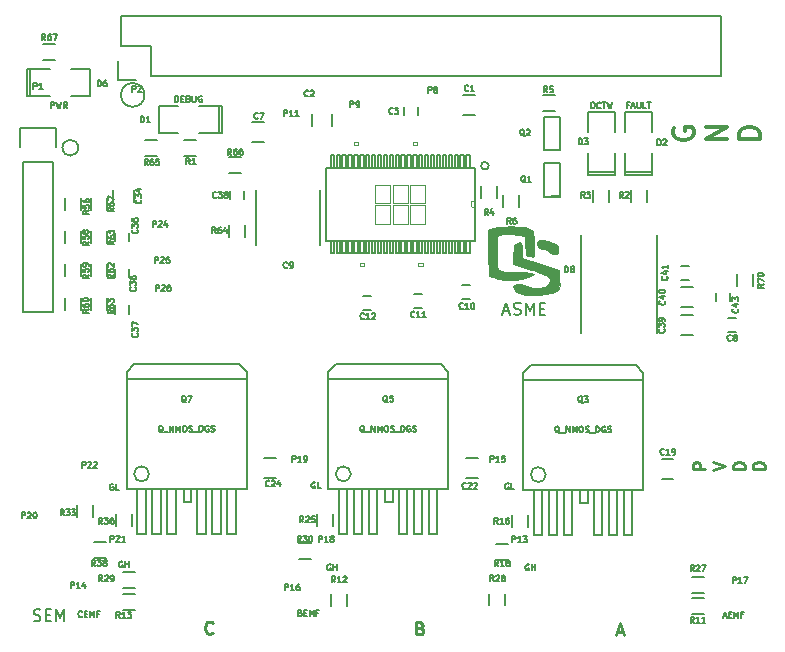
<source format=gbr>
G04 #@! TF.FileFunction,Legend,Top*
%FSLAX46Y46*%
G04 Gerber Fmt 4.6, Leading zero omitted, Abs format (unit mm)*
G04 Created by KiCad (PCBNEW (2015-05-26 BZR 5684)-product) date Wed 21 Oct 2015 04:34:03 PM PDT*
%MOMM*%
G01*
G04 APERTURE LIST*
%ADD10C,0.100000*%
%ADD11C,0.190500*%
%ADD12C,0.177800*%
%ADD13C,0.127000*%
%ADD14C,0.200000*%
%ADD15C,0.254000*%
%ADD16C,0.300000*%
%ADD17C,0.152400*%
%ADD18C,0.150000*%
%ADD19C,0.203200*%
G04 APERTURE END LIST*
D10*
D11*
X120843524Y-121010438D02*
X120988667Y-121058819D01*
X121230571Y-121058819D01*
X121327333Y-121010438D01*
X121375714Y-120962057D01*
X121424095Y-120865295D01*
X121424095Y-120768533D01*
X121375714Y-120671771D01*
X121327333Y-120623390D01*
X121230571Y-120575010D01*
X121037048Y-120526629D01*
X120940286Y-120478248D01*
X120891905Y-120429867D01*
X120843524Y-120333105D01*
X120843524Y-120236343D01*
X120891905Y-120139581D01*
X120940286Y-120091200D01*
X121037048Y-120042819D01*
X121278952Y-120042819D01*
X121424095Y-120091200D01*
X121859524Y-120526629D02*
X122198190Y-120526629D01*
X122343333Y-121058819D02*
X121859524Y-121058819D01*
X121859524Y-120042819D01*
X122343333Y-120042819D01*
X122778762Y-121058819D02*
X122778762Y-120042819D01*
X123117428Y-120768533D01*
X123456095Y-120042819D01*
X123456095Y-121058819D01*
D12*
X160641696Y-94835133D02*
X161125505Y-94835133D01*
X160544934Y-95125419D02*
X160883601Y-94109419D01*
X161222267Y-95125419D01*
X161512553Y-95077038D02*
X161657696Y-95125419D01*
X161899600Y-95125419D01*
X161996362Y-95077038D01*
X162044743Y-95028657D01*
X162093124Y-94931895D01*
X162093124Y-94835133D01*
X162044743Y-94738371D01*
X161996362Y-94689990D01*
X161899600Y-94641610D01*
X161706077Y-94593229D01*
X161609315Y-94544848D01*
X161560934Y-94496467D01*
X161512553Y-94399705D01*
X161512553Y-94302943D01*
X161560934Y-94206181D01*
X161609315Y-94157800D01*
X161706077Y-94109419D01*
X161947981Y-94109419D01*
X162093124Y-94157800D01*
X162528553Y-95125419D02*
X162528553Y-94109419D01*
X162867219Y-94835133D01*
X163205886Y-94109419D01*
X163205886Y-95125419D01*
X163689696Y-94593229D02*
X164028362Y-94593229D01*
X164173505Y-95125419D02*
X163689696Y-95125419D01*
X163689696Y-94109419D01*
X164173505Y-94109419D01*
D13*
X143418077Y-120359714D02*
X143490648Y-120383905D01*
X143514839Y-120408095D01*
X143539029Y-120456476D01*
X143539029Y-120529048D01*
X143514839Y-120577429D01*
X143490648Y-120601619D01*
X143442267Y-120625810D01*
X143248743Y-120625810D01*
X143248743Y-120117810D01*
X143418077Y-120117810D01*
X143466458Y-120142000D01*
X143490648Y-120166190D01*
X143514839Y-120214571D01*
X143514839Y-120262952D01*
X143490648Y-120311333D01*
X143466458Y-120335524D01*
X143418077Y-120359714D01*
X143248743Y-120359714D01*
X143756743Y-120359714D02*
X143926077Y-120359714D01*
X143998648Y-120625810D02*
X143756743Y-120625810D01*
X143756743Y-120117810D01*
X143998648Y-120117810D01*
X144216362Y-120625810D02*
X144216362Y-120117810D01*
X144385696Y-120480667D01*
X144555029Y-120117810D01*
X144555029Y-120625810D01*
X144966267Y-120359714D02*
X144796933Y-120359714D01*
X144796933Y-120625810D02*
X144796933Y-120117810D01*
X145038838Y-120117810D01*
X124946229Y-120653629D02*
X124922039Y-120677819D01*
X124849467Y-120702010D01*
X124801086Y-120702010D01*
X124728515Y-120677819D01*
X124680134Y-120629438D01*
X124655943Y-120581057D01*
X124631753Y-120484295D01*
X124631753Y-120411724D01*
X124655943Y-120314962D01*
X124680134Y-120266581D01*
X124728515Y-120218200D01*
X124801086Y-120194010D01*
X124849467Y-120194010D01*
X124922039Y-120218200D01*
X124946229Y-120242390D01*
X125163943Y-120435914D02*
X125333277Y-120435914D01*
X125405848Y-120702010D02*
X125163943Y-120702010D01*
X125163943Y-120194010D01*
X125405848Y-120194010D01*
X125623562Y-120702010D02*
X125623562Y-120194010D01*
X125792896Y-120556867D01*
X125962229Y-120194010D01*
X125962229Y-120702010D01*
X126373467Y-120435914D02*
X126204133Y-120435914D01*
X126204133Y-120702010D02*
X126204133Y-120194010D01*
X126446038Y-120194010D01*
X179252638Y-120607667D02*
X179494543Y-120607667D01*
X179204257Y-120752810D02*
X179373590Y-120244810D01*
X179542924Y-120752810D01*
X179712257Y-120486714D02*
X179881591Y-120486714D01*
X179954162Y-120752810D02*
X179712257Y-120752810D01*
X179712257Y-120244810D01*
X179954162Y-120244810D01*
X180171876Y-120752810D02*
X180171876Y-120244810D01*
X180341210Y-120607667D01*
X180510543Y-120244810D01*
X180510543Y-120752810D01*
X180921781Y-120486714D02*
X180752447Y-120486714D01*
X180752447Y-120752810D02*
X180752447Y-120244810D01*
X180994352Y-120244810D01*
X162782553Y-116281200D02*
X162734172Y-116257010D01*
X162661600Y-116257010D01*
X162589029Y-116281200D01*
X162540648Y-116329581D01*
X162516457Y-116377962D01*
X162492267Y-116474724D01*
X162492267Y-116547295D01*
X162516457Y-116644057D01*
X162540648Y-116692438D01*
X162589029Y-116740819D01*
X162661600Y-116765010D01*
X162709981Y-116765010D01*
X162782553Y-116740819D01*
X162806743Y-116716629D01*
X162806743Y-116547295D01*
X162709981Y-116547295D01*
X163024457Y-116765010D02*
X163024457Y-116257010D01*
X163024457Y-116498914D02*
X163314743Y-116498914D01*
X163314743Y-116765010D02*
X163314743Y-116257010D01*
X145993153Y-116281200D02*
X145944772Y-116257010D01*
X145872200Y-116257010D01*
X145799629Y-116281200D01*
X145751248Y-116329581D01*
X145727057Y-116377962D01*
X145702867Y-116474724D01*
X145702867Y-116547295D01*
X145727057Y-116644057D01*
X145751248Y-116692438D01*
X145799629Y-116740819D01*
X145872200Y-116765010D01*
X145920581Y-116765010D01*
X145993153Y-116740819D01*
X146017343Y-116716629D01*
X146017343Y-116547295D01*
X145920581Y-116547295D01*
X146235057Y-116765010D02*
X146235057Y-116257010D01*
X146235057Y-116498914D02*
X146525343Y-116498914D01*
X146525343Y-116765010D02*
X146525343Y-116257010D01*
X128365553Y-116027200D02*
X128317172Y-116003010D01*
X128244600Y-116003010D01*
X128172029Y-116027200D01*
X128123648Y-116075581D01*
X128099457Y-116123962D01*
X128075267Y-116220724D01*
X128075267Y-116293295D01*
X128099457Y-116390057D01*
X128123648Y-116438438D01*
X128172029Y-116486819D01*
X128244600Y-116511010D01*
X128292981Y-116511010D01*
X128365553Y-116486819D01*
X128389743Y-116462629D01*
X128389743Y-116293295D01*
X128292981Y-116293295D01*
X128607457Y-116511010D02*
X128607457Y-116003010D01*
X128607457Y-116244914D02*
X128897743Y-116244914D01*
X128897743Y-116511010D02*
X128897743Y-116003010D01*
X161065029Y-109423200D02*
X161016648Y-109399010D01*
X160944076Y-109399010D01*
X160871505Y-109423200D01*
X160823124Y-109471581D01*
X160798933Y-109519962D01*
X160774743Y-109616724D01*
X160774743Y-109689295D01*
X160798933Y-109786057D01*
X160823124Y-109834438D01*
X160871505Y-109882819D01*
X160944076Y-109907010D01*
X160992457Y-109907010D01*
X161065029Y-109882819D01*
X161089219Y-109858629D01*
X161089219Y-109689295D01*
X160992457Y-109689295D01*
X161548838Y-109907010D02*
X161306933Y-109907010D01*
X161306933Y-109399010D01*
X144656629Y-109321600D02*
X144608248Y-109297410D01*
X144535676Y-109297410D01*
X144463105Y-109321600D01*
X144414724Y-109369981D01*
X144390533Y-109418362D01*
X144366343Y-109515124D01*
X144366343Y-109587695D01*
X144390533Y-109684457D01*
X144414724Y-109732838D01*
X144463105Y-109781219D01*
X144535676Y-109805410D01*
X144584057Y-109805410D01*
X144656629Y-109781219D01*
X144680819Y-109757029D01*
X144680819Y-109587695D01*
X144584057Y-109587695D01*
X145140438Y-109805410D02*
X144898533Y-109805410D01*
X144898533Y-109297410D01*
X127587829Y-109474000D02*
X127539448Y-109449810D01*
X127466876Y-109449810D01*
X127394305Y-109474000D01*
X127345924Y-109522381D01*
X127321733Y-109570762D01*
X127297543Y-109667524D01*
X127297543Y-109740095D01*
X127321733Y-109836857D01*
X127345924Y-109885238D01*
X127394305Y-109933619D01*
X127466876Y-109957810D01*
X127515257Y-109957810D01*
X127587829Y-109933619D01*
X127612019Y-109909429D01*
X127612019Y-109740095D01*
X127515257Y-109740095D01*
X128071638Y-109957810D02*
X127829733Y-109957810D01*
X127829733Y-109449810D01*
D14*
X159376087Y-82499200D02*
G75*
G03X159376087Y-82499200I-321287J0D01*
G01*
X124620170Y-80975200D02*
G75*
G03X124620170Y-80975200I-668170J0D01*
G01*
X130237133Y-76504800D02*
G75*
G03X130237133Y-76504800I-1001933J0D01*
G01*
D15*
X136001276Y-122028857D02*
X135952895Y-122077238D01*
X135807752Y-122125619D01*
X135710990Y-122125619D01*
X135565848Y-122077238D01*
X135469086Y-121980476D01*
X135420705Y-121883714D01*
X135372324Y-121690190D01*
X135372324Y-121545048D01*
X135420705Y-121351524D01*
X135469086Y-121254762D01*
X135565848Y-121158000D01*
X135710990Y-121109619D01*
X135807752Y-121109619D01*
X135952895Y-121158000D01*
X136001276Y-121206381D01*
X153590171Y-121644229D02*
X153735314Y-121692610D01*
X153783695Y-121740990D01*
X153832076Y-121837752D01*
X153832076Y-121982895D01*
X153783695Y-122079657D01*
X153735314Y-122128038D01*
X153638552Y-122176419D01*
X153251505Y-122176419D01*
X153251505Y-121160419D01*
X153590171Y-121160419D01*
X153686933Y-121208800D01*
X153735314Y-121257181D01*
X153783695Y-121353943D01*
X153783695Y-121450705D01*
X153735314Y-121547467D01*
X153686933Y-121595848D01*
X153590171Y-121644229D01*
X153251505Y-121644229D01*
X170242896Y-121936933D02*
X170726705Y-121936933D01*
X170146134Y-122227219D02*
X170484801Y-121211219D01*
X170823467Y-122227219D01*
X177726219Y-108165295D02*
X176710219Y-108165295D01*
X176710219Y-107778248D01*
X176758600Y-107681486D01*
X176806981Y-107633105D01*
X176903743Y-107584724D01*
X177048886Y-107584724D01*
X177145648Y-107633105D01*
X177194029Y-107681486D01*
X177242410Y-107778248D01*
X177242410Y-108165295D01*
X178386619Y-108237866D02*
X179402619Y-107899199D01*
X178386619Y-107560533D01*
X181079019Y-108165295D02*
X180063019Y-108165295D01*
X180063019Y-107923390D01*
X180111400Y-107778248D01*
X180208162Y-107681486D01*
X180304924Y-107633105D01*
X180498448Y-107584724D01*
X180643590Y-107584724D01*
X180837114Y-107633105D01*
X180933876Y-107681486D01*
X181030638Y-107778248D01*
X181079019Y-107923390D01*
X181079019Y-108165295D01*
X182755419Y-108165295D02*
X181739419Y-108165295D01*
X181739419Y-107923390D01*
X181787800Y-107778248D01*
X181884562Y-107681486D01*
X181981324Y-107633105D01*
X182174848Y-107584724D01*
X182319990Y-107584724D01*
X182513514Y-107633105D01*
X182610276Y-107681486D01*
X182707038Y-107778248D01*
X182755419Y-107923390D01*
X182755419Y-108165295D01*
D16*
X175036200Y-79290333D02*
X174951533Y-79459667D01*
X174951533Y-79713667D01*
X175036200Y-79967667D01*
X175205533Y-80137000D01*
X175374867Y-80221667D01*
X175713533Y-80306333D01*
X175967533Y-80306333D01*
X176306200Y-80221667D01*
X176475533Y-80137000D01*
X176644867Y-79967667D01*
X176729533Y-79713667D01*
X176729533Y-79544333D01*
X176644867Y-79290333D01*
X176560200Y-79205667D01*
X175967533Y-79205667D01*
X175967533Y-79544333D01*
X179518733Y-80264000D02*
X177740733Y-80264000D01*
X179518733Y-79248000D01*
X177740733Y-79248000D01*
X182307933Y-80221667D02*
X180529933Y-80221667D01*
X180529933Y-79798333D01*
X180614600Y-79544333D01*
X180783933Y-79375000D01*
X180953267Y-79290333D01*
X181291933Y-79205667D01*
X181545933Y-79205667D01*
X181884600Y-79290333D01*
X182053933Y-79375000D01*
X182223267Y-79544333D01*
X182307933Y-79798333D01*
X182307933Y-80221667D01*
D13*
X132822648Y-77090210D02*
X132822648Y-76582210D01*
X132943601Y-76582210D01*
X133016172Y-76606400D01*
X133064553Y-76654781D01*
X133088744Y-76703162D01*
X133112934Y-76799924D01*
X133112934Y-76872495D01*
X133088744Y-76969257D01*
X133064553Y-77017638D01*
X133016172Y-77066019D01*
X132943601Y-77090210D01*
X132822648Y-77090210D01*
X133330648Y-76824114D02*
X133499982Y-76824114D01*
X133572553Y-77090210D02*
X133330648Y-77090210D01*
X133330648Y-76582210D01*
X133572553Y-76582210D01*
X133959601Y-76824114D02*
X134032172Y-76848305D01*
X134056363Y-76872495D01*
X134080553Y-76920876D01*
X134080553Y-76993448D01*
X134056363Y-77041829D01*
X134032172Y-77066019D01*
X133983791Y-77090210D01*
X133790267Y-77090210D01*
X133790267Y-76582210D01*
X133959601Y-76582210D01*
X134007982Y-76606400D01*
X134032172Y-76630590D01*
X134056363Y-76678971D01*
X134056363Y-76727352D01*
X134032172Y-76775733D01*
X134007982Y-76799924D01*
X133959601Y-76824114D01*
X133790267Y-76824114D01*
X134298267Y-76582210D02*
X134298267Y-76993448D01*
X134322458Y-77041829D01*
X134346648Y-77066019D01*
X134395029Y-77090210D01*
X134491791Y-77090210D01*
X134540172Y-77066019D01*
X134564363Y-77041829D01*
X134588553Y-76993448D01*
X134588553Y-76582210D01*
X135096553Y-76606400D02*
X135048172Y-76582210D01*
X134975600Y-76582210D01*
X134903029Y-76606400D01*
X134854648Y-76654781D01*
X134830457Y-76703162D01*
X134806267Y-76799924D01*
X134806267Y-76872495D01*
X134830457Y-76969257D01*
X134854648Y-77017638D01*
X134903029Y-77066019D01*
X134975600Y-77090210D01*
X135023981Y-77090210D01*
X135096553Y-77066019D01*
X135120743Y-77041829D01*
X135120743Y-76872495D01*
X135023981Y-76872495D01*
X122309467Y-77598210D02*
X122309467Y-77090210D01*
X122502991Y-77090210D01*
X122551372Y-77114400D01*
X122575563Y-77138590D01*
X122599753Y-77186971D01*
X122599753Y-77259543D01*
X122575563Y-77307924D01*
X122551372Y-77332114D01*
X122502991Y-77356305D01*
X122309467Y-77356305D01*
X122769086Y-77090210D02*
X122890039Y-77598210D01*
X122986801Y-77235352D01*
X123083563Y-77598210D01*
X123204515Y-77090210D01*
X123688324Y-77598210D02*
X123518991Y-77356305D01*
X123398038Y-77598210D02*
X123398038Y-77090210D01*
X123591562Y-77090210D01*
X123639943Y-77114400D01*
X123664134Y-77138590D01*
X123688324Y-77186971D01*
X123688324Y-77259543D01*
X123664134Y-77307924D01*
X123639943Y-77332114D01*
X123591562Y-77356305D01*
X123398038Y-77356305D01*
X168123810Y-77141010D02*
X168220572Y-77141010D01*
X168268953Y-77165200D01*
X168317334Y-77213581D01*
X168341525Y-77310343D01*
X168341525Y-77479676D01*
X168317334Y-77576438D01*
X168268953Y-77624819D01*
X168220572Y-77649010D01*
X168123810Y-77649010D01*
X168075429Y-77624819D01*
X168027048Y-77576438D01*
X168002858Y-77479676D01*
X168002858Y-77310343D01*
X168027048Y-77213581D01*
X168075429Y-77165200D01*
X168123810Y-77141010D01*
X168849524Y-77600629D02*
X168825334Y-77624819D01*
X168752762Y-77649010D01*
X168704381Y-77649010D01*
X168631810Y-77624819D01*
X168583429Y-77576438D01*
X168559238Y-77528057D01*
X168535048Y-77431295D01*
X168535048Y-77358724D01*
X168559238Y-77261962D01*
X168583429Y-77213581D01*
X168631810Y-77165200D01*
X168704381Y-77141010D01*
X168752762Y-77141010D01*
X168825334Y-77165200D01*
X168849524Y-77189390D01*
X168994667Y-77141010D02*
X169284953Y-77141010D01*
X169139810Y-77649010D02*
X169139810Y-77141010D01*
X169405905Y-77141010D02*
X169526858Y-77649010D01*
X169623620Y-77286152D01*
X169720382Y-77649010D01*
X169841334Y-77141010D01*
X171249219Y-77332114D02*
X171079885Y-77332114D01*
X171079885Y-77598210D02*
X171079885Y-77090210D01*
X171321790Y-77090210D01*
X171491124Y-77453067D02*
X171733029Y-77453067D01*
X171442743Y-77598210D02*
X171612076Y-77090210D01*
X171781410Y-77598210D01*
X171950743Y-77090210D02*
X171950743Y-77501448D01*
X171974934Y-77549829D01*
X171999124Y-77574019D01*
X172047505Y-77598210D01*
X172144267Y-77598210D01*
X172192648Y-77574019D01*
X172216839Y-77549829D01*
X172241029Y-77501448D01*
X172241029Y-77090210D01*
X172724838Y-77598210D02*
X172482933Y-77598210D01*
X172482933Y-77090210D01*
X172821600Y-77090210D02*
X173111886Y-77090210D01*
X172966743Y-77598210D02*
X172966743Y-77090210D01*
D17*
X157848000Y-88861900D02*
X158178200Y-88861900D01*
X145910000Y-82664300D02*
X145579800Y-82664300D01*
X145579800Y-82664300D02*
X145579800Y-88861900D01*
X145579800Y-88861900D02*
X145910000Y-88861900D01*
X158178200Y-88861900D02*
X158178200Y-86067900D01*
X158178200Y-86067900D02*
X158178200Y-85458300D01*
X158178200Y-85458300D02*
X158178200Y-82664300D01*
X158178200Y-82664300D02*
X157848000Y-82664300D01*
X157492400Y-82664300D02*
X157771800Y-82664300D01*
X157771800Y-82664300D02*
X157771800Y-81597500D01*
X157771800Y-81597500D02*
X157492400Y-81597500D01*
X157492400Y-81597500D02*
X157492400Y-82664300D01*
X156984400Y-82664300D02*
X157263800Y-82664300D01*
X157263800Y-82664300D02*
X157263800Y-81597500D01*
X157263800Y-81597500D02*
X156984400Y-81597500D01*
X156984400Y-81597500D02*
X156984400Y-82664300D01*
X156501800Y-82664300D02*
X156781200Y-82664300D01*
X156781200Y-82664300D02*
X156781200Y-81597500D01*
X156781200Y-81597500D02*
X156501800Y-81597500D01*
X156501800Y-81597500D02*
X156501800Y-82664300D01*
X155993800Y-82664300D02*
X156270660Y-82664300D01*
X156270660Y-82664300D02*
X156270660Y-81597500D01*
X156270660Y-81597500D02*
X155993800Y-81597500D01*
X155993800Y-81597500D02*
X155993800Y-82664300D01*
X155483260Y-82664300D02*
X155765200Y-82664300D01*
X155765200Y-82664300D02*
X155765200Y-81597500D01*
X155765200Y-81597500D02*
X155483260Y-81597500D01*
X155483260Y-81597500D02*
X155483260Y-82664300D01*
X154977800Y-82664300D02*
X155257200Y-82664300D01*
X155257200Y-82664300D02*
X155257200Y-81597500D01*
X155257200Y-81597500D02*
X154977800Y-81597500D01*
X154977800Y-81597500D02*
X154977800Y-82664300D01*
X154495200Y-82664300D02*
X154774600Y-82664300D01*
X154774600Y-82664300D02*
X154774600Y-81597500D01*
X154774600Y-81597500D02*
X154495200Y-81597500D01*
X154495200Y-81597500D02*
X154495200Y-82664300D01*
X153987200Y-82664300D02*
X154266600Y-82664300D01*
X154266600Y-82664300D02*
X154266600Y-81597500D01*
X154266600Y-81597500D02*
X153987200Y-81597500D01*
X153987200Y-81597500D02*
X153987200Y-82664300D01*
X153479200Y-82664300D02*
X153758600Y-82664300D01*
X153758600Y-82664300D02*
X153758600Y-81597500D01*
X153758600Y-81597500D02*
X153479200Y-81597500D01*
X153479200Y-81597500D02*
X153479200Y-82664300D01*
X152996600Y-82664300D02*
X153276000Y-82664300D01*
X153276000Y-82664300D02*
X153276000Y-81597500D01*
X153276000Y-81597500D02*
X152996600Y-81597500D01*
X152996600Y-81597500D02*
X152996600Y-82664300D01*
X152488600Y-82664300D02*
X152768000Y-82664300D01*
X152768000Y-82664300D02*
X152768000Y-81597500D01*
X152768000Y-81597500D02*
X152488600Y-81597500D01*
X152488600Y-81597500D02*
X152488600Y-82664300D01*
X151980600Y-82664300D02*
X152260000Y-82664300D01*
X152260000Y-82664300D02*
X152260000Y-81597500D01*
X152260000Y-81597500D02*
X151980600Y-81597500D01*
X151980600Y-81597500D02*
X151980600Y-82664300D01*
X151498000Y-82664300D02*
X151777400Y-82664300D01*
X151777400Y-82664300D02*
X151777400Y-81597500D01*
X151777400Y-81597500D02*
X151498000Y-81597500D01*
X151498000Y-81597500D02*
X151498000Y-82664300D01*
X150990000Y-82664300D02*
X151269400Y-82664300D01*
X151269400Y-82664300D02*
X151269400Y-81597500D01*
X151269400Y-81597500D02*
X150990000Y-81597500D01*
X150990000Y-81597500D02*
X150990000Y-82664300D01*
X150482000Y-82664300D02*
X150761400Y-82664300D01*
X150761400Y-82664300D02*
X150761400Y-81597500D01*
X150761400Y-81597500D02*
X150482000Y-81597500D01*
X150482000Y-81597500D02*
X150482000Y-82664300D01*
X149999400Y-82664300D02*
X150278800Y-82664300D01*
X150278800Y-82664300D02*
X150278800Y-81597500D01*
X150278800Y-81597500D02*
X149999400Y-81597500D01*
X149999400Y-81597500D02*
X149999400Y-82664300D01*
X149491400Y-82664300D02*
X149770800Y-82664300D01*
X149770800Y-82664300D02*
X149770800Y-81597500D01*
X149770800Y-81597500D02*
X149491400Y-81597500D01*
X149491400Y-81597500D02*
X149491400Y-82664300D01*
X148983400Y-82664300D02*
X149262800Y-82664300D01*
X149262800Y-82664300D02*
X149262800Y-81597500D01*
X149262800Y-81597500D02*
X148983400Y-81597500D01*
X148983400Y-81597500D02*
X148983400Y-82664300D01*
X148500800Y-82664300D02*
X148780200Y-82664300D01*
X148780200Y-82664300D02*
X148780200Y-81597500D01*
X148780200Y-81597500D02*
X148500800Y-81597500D01*
X148500800Y-81597500D02*
X148500800Y-82664300D01*
X147992800Y-82664300D02*
X148274740Y-82664300D01*
X148274740Y-82664300D02*
X148274740Y-81597500D01*
X148274740Y-81597500D02*
X147992800Y-81597500D01*
X147992800Y-81597500D02*
X147992800Y-82664300D01*
X147487340Y-82664300D02*
X147764200Y-82664300D01*
X147764200Y-82664300D02*
X147764200Y-81597500D01*
X147764200Y-81597500D02*
X147487340Y-81597500D01*
X147487340Y-81597500D02*
X147487340Y-82664300D01*
X146976800Y-82664300D02*
X147256200Y-82664300D01*
X147256200Y-82664300D02*
X147256200Y-81597500D01*
X147256200Y-81597500D02*
X146976800Y-81597500D01*
X146976800Y-81597500D02*
X146976800Y-82664300D01*
X146494200Y-82664300D02*
X146773600Y-82664300D01*
X146773600Y-82664300D02*
X146773600Y-81597500D01*
X146773600Y-81597500D02*
X146494200Y-81597500D01*
X146494200Y-81597500D02*
X146494200Y-82664300D01*
X145986200Y-82664300D02*
X146265600Y-82664300D01*
X146265600Y-82664300D02*
X146265600Y-81597500D01*
X146265600Y-81597500D02*
X145986200Y-81597500D01*
X145986200Y-81597500D02*
X145986200Y-82664300D01*
X146265600Y-88861900D02*
X145986200Y-88861900D01*
X145986200Y-88861900D02*
X145986200Y-89928700D01*
X145986200Y-89928700D02*
X146265600Y-89928700D01*
X146265600Y-89928700D02*
X146265600Y-88861900D01*
X146773600Y-88861900D02*
X146494200Y-88861900D01*
X146494200Y-88861900D02*
X146494200Y-89928700D01*
X146494200Y-89928700D02*
X146773600Y-89928700D01*
X146773600Y-89928700D02*
X146773600Y-88861900D01*
X147256200Y-88861900D02*
X146976800Y-88861900D01*
X146976800Y-88861900D02*
X146976800Y-89928700D01*
X146976800Y-89928700D02*
X147256200Y-89928700D01*
X147256200Y-89928700D02*
X147256200Y-88861900D01*
X147764200Y-88861900D02*
X147487340Y-88861900D01*
X147487340Y-88861900D02*
X147487340Y-89928700D01*
X147487340Y-89928700D02*
X147764200Y-89928700D01*
X147764200Y-89928700D02*
X147764200Y-88861900D01*
X148274740Y-88861900D02*
X147992800Y-88861900D01*
X147992800Y-88861900D02*
X147992800Y-89928700D01*
X147992800Y-89928700D02*
X148274740Y-89928700D01*
X148274740Y-89928700D02*
X148274740Y-88861900D01*
X148780200Y-88861900D02*
X148500800Y-88861900D01*
X148500800Y-88861900D02*
X148500800Y-89928700D01*
X148500800Y-89928700D02*
X148780200Y-89928700D01*
X148780200Y-89928700D02*
X148780200Y-88861900D01*
X149262800Y-88861900D02*
X148983400Y-88861900D01*
X148983400Y-88861900D02*
X148983400Y-89928700D01*
X148983400Y-89928700D02*
X149262800Y-89928700D01*
X149262800Y-89928700D02*
X149262800Y-88861900D01*
X149770800Y-88861900D02*
X149491400Y-88861900D01*
X149491400Y-88861900D02*
X149491400Y-89928700D01*
X149491400Y-89928700D02*
X149770800Y-89928700D01*
X149770800Y-89928700D02*
X149770800Y-88861900D01*
X150278800Y-88861900D02*
X149999400Y-88861900D01*
X149999400Y-88861900D02*
X149999400Y-89928700D01*
X149999400Y-89928700D02*
X150278800Y-89928700D01*
X150278800Y-89928700D02*
X150278800Y-88861900D01*
X150761400Y-88861900D02*
X150482000Y-88861900D01*
X150482000Y-88861900D02*
X150482000Y-89928700D01*
X150482000Y-89928700D02*
X150761400Y-89928700D01*
X150761400Y-89928700D02*
X150761400Y-88861900D01*
X151269400Y-88861900D02*
X150990000Y-88861900D01*
X150990000Y-88861900D02*
X150990000Y-89928700D01*
X150990000Y-89928700D02*
X151269400Y-89928700D01*
X151269400Y-89928700D02*
X151269400Y-88861900D01*
X151777400Y-88861900D02*
X151498000Y-88861900D01*
X151498000Y-88861900D02*
X151498000Y-89928700D01*
X151498000Y-89928700D02*
X151777400Y-89928700D01*
X151777400Y-89928700D02*
X151777400Y-88861900D01*
X152260000Y-88861900D02*
X151980600Y-88861900D01*
X151980600Y-88861900D02*
X151980600Y-89928700D01*
X151980600Y-89928700D02*
X152260000Y-89928700D01*
X152260000Y-89928700D02*
X152260000Y-88861900D01*
X152768000Y-88861900D02*
X152488600Y-88861900D01*
X152488600Y-88861900D02*
X152488600Y-89928700D01*
X152488600Y-89928700D02*
X152768000Y-89928700D01*
X152768000Y-89928700D02*
X152768000Y-88861900D01*
X153276000Y-88861900D02*
X152996600Y-88861900D01*
X152996600Y-88861900D02*
X152996600Y-89928700D01*
X152996600Y-89928700D02*
X153276000Y-89928700D01*
X153276000Y-89928700D02*
X153276000Y-88861900D01*
X153758600Y-88861900D02*
X153479200Y-88861900D01*
X153479200Y-88861900D02*
X153479200Y-89928700D01*
X153479200Y-89928700D02*
X153758600Y-89928700D01*
X153758600Y-89928700D02*
X153758600Y-88861900D01*
X154266600Y-88861900D02*
X153987200Y-88861900D01*
X153987200Y-88861900D02*
X153987200Y-89928700D01*
X153987200Y-89928700D02*
X154266600Y-89928700D01*
X154266600Y-89928700D02*
X154266600Y-88861900D01*
X154774600Y-88861900D02*
X154495200Y-88861900D01*
X154495200Y-88861900D02*
X154495200Y-89928700D01*
X154495200Y-89928700D02*
X154774600Y-89928700D01*
X154774600Y-89928700D02*
X154774600Y-88861900D01*
X155257200Y-88861900D02*
X154977800Y-88861900D01*
X154977800Y-88861900D02*
X154977800Y-89928700D01*
X154977800Y-89928700D02*
X155257200Y-89928700D01*
X155257200Y-89928700D02*
X155257200Y-88861900D01*
X155765200Y-88861900D02*
X155483260Y-88861900D01*
X155483260Y-88861900D02*
X155483260Y-89928700D01*
X155483260Y-89928700D02*
X155765200Y-89928700D01*
X155765200Y-89928700D02*
X155765200Y-88861900D01*
X156270660Y-88861900D02*
X155993800Y-88861900D01*
X155993800Y-88861900D02*
X155993800Y-89928700D01*
X155993800Y-89928700D02*
X156270660Y-89928700D01*
X156270660Y-89928700D02*
X156270660Y-88861900D01*
X156781200Y-88861900D02*
X156501800Y-88861900D01*
X156501800Y-88861900D02*
X156501800Y-89928700D01*
X156501800Y-89928700D02*
X156781200Y-89928700D01*
X156781200Y-89928700D02*
X156781200Y-88861900D01*
X157263800Y-88861900D02*
X156984400Y-88861900D01*
X156984400Y-88861900D02*
X156984400Y-89928700D01*
X156984400Y-89928700D02*
X157263800Y-89928700D01*
X157263800Y-89928700D02*
X157263800Y-88861900D01*
X157771800Y-88861900D02*
X157492400Y-88861900D01*
X157492400Y-88861900D02*
X157492400Y-89928700D01*
X157492400Y-89928700D02*
X157771800Y-89928700D01*
X157771800Y-89928700D02*
X157771800Y-88861900D01*
X145579800Y-82664300D02*
X145579800Y-88861900D01*
X145579800Y-88861900D02*
X158178200Y-88861900D01*
X158178200Y-88861900D02*
X158178200Y-86067900D01*
X158178200Y-86067900D02*
X158178200Y-85458300D01*
X158178200Y-85458300D02*
X158178200Y-82664300D01*
X158178200Y-82664300D02*
X145579800Y-82664300D01*
D10*
X153326800Y-80530700D02*
X152945800Y-80530700D01*
X152945800Y-80530700D02*
X152945800Y-80784700D01*
X152945800Y-80784700D02*
X153326800Y-80784700D01*
X153326800Y-80784700D02*
X153326800Y-80530700D01*
X148323000Y-80530700D02*
X147942000Y-80530700D01*
X147942000Y-80530700D02*
X147942000Y-80784700D01*
X147942000Y-80784700D02*
X148323000Y-80784700D01*
X148323000Y-80784700D02*
X148323000Y-80530700D01*
X148831000Y-90995500D02*
X148450000Y-90995500D01*
X148450000Y-90995500D02*
X148450000Y-90741500D01*
X148450000Y-90741500D02*
X148831000Y-90741500D01*
X148831000Y-90741500D02*
X148831000Y-90995500D01*
X153809400Y-90995500D02*
X153428400Y-90995500D01*
X153428400Y-90995500D02*
X153428400Y-90741500D01*
X153428400Y-90741500D02*
X153809400Y-90741500D01*
X153809400Y-90741500D02*
X153809400Y-90995500D01*
X153987200Y-84112100D02*
X152717200Y-84112100D01*
X152717200Y-84112100D02*
X152717200Y-85661500D01*
X152717200Y-85661500D02*
X153987200Y-85661500D01*
X153987200Y-85661500D02*
X153987200Y-84112100D01*
X152514000Y-84112100D02*
X151244000Y-84112100D01*
X151244000Y-84112100D02*
X151244000Y-85661500D01*
X151244000Y-85661500D02*
X152514000Y-85661500D01*
X152514000Y-85661500D02*
X152514000Y-84112100D01*
X151040800Y-84112100D02*
X149770800Y-84112100D01*
X149770800Y-84112100D02*
X149770800Y-85661500D01*
X149770800Y-85661500D02*
X151040800Y-85661500D01*
X151040800Y-85661500D02*
X151040800Y-84112100D01*
X153987200Y-85864700D02*
X152717200Y-85864700D01*
X152717200Y-85864700D02*
X152717200Y-87414100D01*
X152717200Y-87414100D02*
X153987200Y-87414100D01*
X153987200Y-87414100D02*
X153987200Y-85864700D01*
X152514000Y-85864700D02*
X151244000Y-85864700D01*
X151244000Y-85864700D02*
X151244000Y-87414100D01*
X151244000Y-87414100D02*
X152514000Y-87414100D01*
X152514000Y-87414100D02*
X152514000Y-85864700D01*
X151040800Y-85864700D02*
X149770800Y-85864700D01*
X149770800Y-85864700D02*
X149770800Y-87414100D01*
X149770800Y-87414100D02*
X151040800Y-87414100D01*
X151040800Y-87414100D02*
X151040800Y-85864700D01*
X158178200Y-85458300D02*
G75*
G03X158178200Y-86067900I0J-304800D01*
G01*
X158178200Y-85458300D02*
G75*
G03X158178200Y-86067900I0J-304800D01*
G01*
D18*
X158234000Y-76493000D02*
X157234000Y-76493000D01*
X157234000Y-78193000D02*
X158234000Y-78193000D01*
X144438000Y-78113000D02*
X144438000Y-79113000D01*
X146138000Y-79113000D02*
X146138000Y-78113000D01*
X139327000Y-80479000D02*
X140327000Y-80479000D01*
X140327000Y-78779000D02*
X139327000Y-78779000D01*
X139642000Y-84568000D02*
X139642000Y-89168000D01*
X145092000Y-89168000D02*
X145092000Y-84568000D01*
X175023000Y-107316000D02*
X174023000Y-107316000D01*
X174023000Y-109016000D02*
X175023000Y-109016000D01*
X158475000Y-107278000D02*
X157475000Y-107278000D01*
X157475000Y-108978000D02*
X158475000Y-108978000D01*
X141381000Y-107227000D02*
X140381000Y-107227000D01*
X140381000Y-108927000D02*
X141381000Y-108927000D01*
X129310000Y-85590000D02*
X129310000Y-84590000D01*
X127610000Y-84590000D02*
X127610000Y-85590000D01*
X175649000Y-96862000D02*
X176649000Y-96862000D01*
X176649000Y-95162000D02*
X175649000Y-95162000D01*
X175649000Y-94449000D02*
X176649000Y-94449000D01*
X176649000Y-92749000D02*
X175649000Y-92749000D01*
X136525000Y-79756000D02*
X136779000Y-79756000D01*
X136779000Y-79756000D02*
X136779000Y-77470000D01*
X136779000Y-77470000D02*
X136525000Y-77470000D01*
X136525000Y-79756000D02*
X136525000Y-77470000D01*
X136525000Y-77470000D02*
X134874000Y-77470000D01*
X133096000Y-79756000D02*
X131445000Y-79756000D01*
X131445000Y-79756000D02*
X131445000Y-77470000D01*
X131445000Y-77470000D02*
X133096000Y-77470000D01*
X134874000Y-79756000D02*
X136525000Y-79756000D01*
X170942000Y-83058000D02*
X170942000Y-83312000D01*
X170942000Y-83312000D02*
X173228000Y-83312000D01*
X173228000Y-83312000D02*
X173228000Y-83058000D01*
X170942000Y-83058000D02*
X173228000Y-83058000D01*
X173228000Y-83058000D02*
X173228000Y-81407000D01*
X170942000Y-79629000D02*
X170942000Y-77978000D01*
X170942000Y-77978000D02*
X173228000Y-77978000D01*
X173228000Y-77978000D02*
X173228000Y-79629000D01*
X170942000Y-81407000D02*
X170942000Y-83058000D01*
X167767000Y-83058000D02*
X167767000Y-83312000D01*
X167767000Y-83312000D02*
X170053000Y-83312000D01*
X170053000Y-83312000D02*
X170053000Y-83058000D01*
X167767000Y-83058000D02*
X170053000Y-83058000D01*
X170053000Y-83058000D02*
X170053000Y-81407000D01*
X167767000Y-79629000D02*
X167767000Y-77978000D01*
X167767000Y-77978000D02*
X170053000Y-77978000D01*
X170053000Y-77978000D02*
X170053000Y-79629000D01*
X167767000Y-81407000D02*
X167767000Y-83058000D01*
X120548000Y-74295000D02*
X120294000Y-74295000D01*
X120294000Y-74295000D02*
X120294000Y-76581000D01*
X120294000Y-76581000D02*
X120548000Y-76581000D01*
X120548000Y-74295000D02*
X120548000Y-76581000D01*
X120548000Y-76581000D02*
X122199000Y-76581000D01*
X123977000Y-74295000D02*
X125628000Y-74295000D01*
X125628000Y-74295000D02*
X125628000Y-76581000D01*
X125628000Y-76581000D02*
X123977000Y-76581000D01*
X122199000Y-74295000D02*
X120548000Y-74295000D01*
X173634000Y-88371800D02*
X173634000Y-96671800D01*
X167234000Y-96671800D02*
X167234000Y-88371800D01*
X122479000Y-82143600D02*
X122479000Y-94843600D01*
X122479000Y-94843600D02*
X119939000Y-94843600D01*
X119939000Y-94843600D02*
X119939000Y-82143600D01*
X122759000Y-79323600D02*
X122759000Y-80873600D01*
X122479000Y-82143600D02*
X119939000Y-82143600D01*
X119659000Y-80873600D02*
X119659000Y-79323600D01*
X119659000Y-79323600D02*
X122759000Y-79323600D01*
X179070000Y-69850000D02*
X128270000Y-69850000D01*
X130810000Y-74930000D02*
X179070000Y-74930000D01*
X179070000Y-69850000D02*
X179070000Y-74930000D01*
X128270000Y-69850000D02*
X128270000Y-72390000D01*
X127990000Y-73660000D02*
X127990000Y-75210000D01*
X128270000Y-72390000D02*
X130810000Y-72390000D01*
X130810000Y-72390000D02*
X130810000Y-74930000D01*
X127990000Y-75210000D02*
X129540000Y-75210000D01*
D17*
X165379400Y-85115400D02*
X164058600Y-85115400D01*
X164058600Y-85115400D02*
X164058600Y-82270600D01*
X164058600Y-82270600D02*
X165379400Y-82270600D01*
X165379400Y-82270600D02*
X165379400Y-85115400D01*
D19*
X165417500Y-82895440D02*
X165417500Y-82293460D01*
X165417500Y-82293460D02*
X164619940Y-82293460D01*
X165417500Y-84490560D02*
X165417500Y-85092540D01*
X165417500Y-85092540D02*
X164619940Y-85092540D01*
D17*
X165379400Y-81178400D02*
X164058600Y-81178400D01*
X164058600Y-81178400D02*
X164058600Y-78333600D01*
X164058600Y-78333600D02*
X165379400Y-78333600D01*
X165379400Y-78333600D02*
X165379400Y-81178400D01*
D19*
X165417500Y-78958440D02*
X165417500Y-78356460D01*
X165417500Y-78356460D02*
X164619940Y-78356460D01*
X165417500Y-80553560D02*
X165417500Y-81155540D01*
X165417500Y-81155540D02*
X164619940Y-81155540D01*
D18*
X167132000Y-111061000D02*
X167132000Y-109918000D01*
X167767000Y-111061000D02*
X167767000Y-109918000D01*
X167132000Y-111061000D02*
X167767000Y-111061000D01*
D14*
X170846000Y-109918000D02*
X170846000Y-113728000D01*
X170846000Y-113728000D02*
X171546000Y-113728000D01*
X171546000Y-113728000D02*
X171546000Y-109918000D01*
X169576000Y-109918000D02*
X169576000Y-113728000D01*
X169576000Y-113728000D02*
X170276000Y-113728000D01*
X170276000Y-113728000D02*
X170276000Y-109918000D01*
X168306000Y-109918000D02*
X168306000Y-113728000D01*
X168306000Y-113728000D02*
X169006000Y-113728000D01*
X169006000Y-113728000D02*
X169006000Y-109918000D01*
X165766000Y-109918000D02*
X165766000Y-113728000D01*
X165766000Y-113728000D02*
X166466000Y-113728000D01*
X166466000Y-113728000D02*
X166466000Y-109918000D01*
X164496000Y-109918000D02*
X164496000Y-113728000D01*
X164496000Y-113728000D02*
X165196000Y-113728000D01*
X165196000Y-113728000D02*
X165196000Y-109918000D01*
X163226000Y-109918000D02*
X163226000Y-113728000D01*
X163226000Y-113728000D02*
X163926000Y-113728000D01*
X163926000Y-113728000D02*
X163926000Y-109918000D01*
X164211000Y-108648000D02*
G75*
G03X164211000Y-108648000I-635000J0D01*
G01*
X162306000Y-100647000D02*
X162306000Y-100012000D01*
X162306000Y-100012000D02*
X162941000Y-99377000D01*
X162941000Y-99377000D02*
X171831000Y-99377000D01*
X171831000Y-99377000D02*
X172466000Y-100012000D01*
X172466000Y-100012000D02*
X172466000Y-100647000D01*
X162306000Y-109918000D02*
X172466000Y-109918000D01*
X172466000Y-109918000D02*
X172466000Y-100647000D01*
X172466000Y-100647000D02*
X162306000Y-100647000D01*
X162306000Y-100647000D02*
X162306000Y-109918000D01*
D18*
X150622000Y-110998000D02*
X150622000Y-109855000D01*
X151257000Y-110998000D02*
X151257000Y-109855000D01*
X150622000Y-110998000D02*
X151257000Y-110998000D01*
D14*
X154336000Y-109855000D02*
X154336000Y-113665000D01*
X154336000Y-113665000D02*
X155036000Y-113665000D01*
X155036000Y-113665000D02*
X155036000Y-109855000D01*
X153066000Y-109855000D02*
X153066000Y-113665000D01*
X153066000Y-113665000D02*
X153766000Y-113665000D01*
X153766000Y-113665000D02*
X153766000Y-109855000D01*
X151796000Y-109855000D02*
X151796000Y-113665000D01*
X151796000Y-113665000D02*
X152496000Y-113665000D01*
X152496000Y-113665000D02*
X152496000Y-109855000D01*
X149256000Y-109855000D02*
X149256000Y-113665000D01*
X149256000Y-113665000D02*
X149956000Y-113665000D01*
X149956000Y-113665000D02*
X149956000Y-109855000D01*
X147986000Y-109855000D02*
X147986000Y-113665000D01*
X147986000Y-113665000D02*
X148686000Y-113665000D01*
X148686000Y-113665000D02*
X148686000Y-109855000D01*
X146716000Y-109855000D02*
X146716000Y-113665000D01*
X146716000Y-113665000D02*
X147416000Y-113665000D01*
X147416000Y-113665000D02*
X147416000Y-109855000D01*
X147701000Y-108585000D02*
G75*
G03X147701000Y-108585000I-635000J0D01*
G01*
X145796000Y-100584000D02*
X145796000Y-99949000D01*
X145796000Y-99949000D02*
X146431000Y-99314000D01*
X146431000Y-99314000D02*
X155321000Y-99314000D01*
X155321000Y-99314000D02*
X155956000Y-99949000D01*
X155956000Y-99949000D02*
X155956000Y-100584000D01*
X145796000Y-109855000D02*
X155956000Y-109855000D01*
X155956000Y-109855000D02*
X155956000Y-100584000D01*
X155956000Y-100584000D02*
X145796000Y-100584000D01*
X145796000Y-100584000D02*
X145796000Y-109855000D01*
D18*
X133540000Y-110998000D02*
X133540000Y-109855000D01*
X134175000Y-110998000D02*
X134175000Y-109855000D01*
X133540000Y-110998000D02*
X134175000Y-110998000D01*
D14*
X137254000Y-109855000D02*
X137254000Y-113665000D01*
X137254000Y-113665000D02*
X137954000Y-113665000D01*
X137954000Y-113665000D02*
X137954000Y-109855000D01*
X135984000Y-109855000D02*
X135984000Y-113665000D01*
X135984000Y-113665000D02*
X136684000Y-113665000D01*
X136684000Y-113665000D02*
X136684000Y-109855000D01*
X134714000Y-109855000D02*
X134714000Y-113665000D01*
X134714000Y-113665000D02*
X135414000Y-113665000D01*
X135414000Y-113665000D02*
X135414000Y-109855000D01*
X132174000Y-109855000D02*
X132174000Y-113665000D01*
X132174000Y-113665000D02*
X132874000Y-113665000D01*
X132874000Y-113665000D02*
X132874000Y-109855000D01*
X130904000Y-109855000D02*
X130904000Y-113665000D01*
X130904000Y-113665000D02*
X131604000Y-113665000D01*
X131604000Y-113665000D02*
X131604000Y-109855000D01*
X129634000Y-109855000D02*
X129634000Y-113665000D01*
X129634000Y-113665000D02*
X130334000Y-113665000D01*
X130334000Y-113665000D02*
X130334000Y-109855000D01*
X130619000Y-108585000D02*
G75*
G03X130619000Y-108585000I-635000J0D01*
G01*
X128714000Y-100584000D02*
X128714000Y-99949000D01*
X128714000Y-99949000D02*
X129349000Y-99314000D01*
X129349000Y-99314000D02*
X138239000Y-99314000D01*
X138239000Y-99314000D02*
X138874000Y-99949000D01*
X138874000Y-99949000D02*
X138874000Y-100584000D01*
X128714000Y-109855000D02*
X138874000Y-109855000D01*
X138874000Y-109855000D02*
X138874000Y-100584000D01*
X138874000Y-100584000D02*
X128714000Y-100584000D01*
X128714000Y-100584000D02*
X128714000Y-109855000D01*
D18*
X164965000Y-77891000D02*
X163965000Y-77891000D01*
X163965000Y-76541000D02*
X164965000Y-76541000D01*
X161965000Y-84971000D02*
X161965000Y-85971000D01*
X160615000Y-85971000D02*
X160615000Y-84971000D01*
X176589000Y-119111000D02*
X177589000Y-119111000D01*
X177589000Y-120461000D02*
X176589000Y-120461000D01*
X147385000Y-118778000D02*
X147385000Y-119778000D01*
X146035000Y-119778000D02*
X146035000Y-118778000D01*
X129430000Y-120106000D02*
X128430000Y-120106000D01*
X128430000Y-118756000D02*
X129430000Y-118756000D01*
X162727000Y-112073000D02*
X162727000Y-113073000D01*
X161377000Y-113073000D02*
X161377000Y-112073000D01*
X161028000Y-115839000D02*
X160028000Y-115839000D01*
X160028000Y-114489000D02*
X161028000Y-114489000D01*
X146166000Y-111971000D02*
X146166000Y-112971000D01*
X144816000Y-112971000D02*
X144816000Y-111971000D01*
X176589000Y-117283000D02*
X177589000Y-117283000D01*
X177589000Y-118633000D02*
X176589000Y-118633000D01*
X160746000Y-118728000D02*
X160746000Y-119728000D01*
X159396000Y-119728000D02*
X159396000Y-118728000D01*
X129430000Y-118226000D02*
X128430000Y-118226000D01*
X128430000Y-116876000D02*
X129430000Y-116876000D01*
X144315000Y-115788000D02*
X143315000Y-115788000D01*
X143315000Y-114438000D02*
X144315000Y-114438000D01*
X124547000Y-112260000D02*
X124547000Y-111260000D01*
X125897000Y-111260000D02*
X125897000Y-112260000D01*
X129148000Y-112022000D02*
X129148000Y-113022000D01*
X127798000Y-113022000D02*
X127798000Y-112022000D01*
X126941000Y-115686000D02*
X125941000Y-115686000D01*
X125941000Y-114336000D02*
X126941000Y-114336000D01*
X123531000Y-86225000D02*
X123531000Y-85225000D01*
X124881000Y-85225000D02*
X124881000Y-86225000D01*
X125690000Y-86225000D02*
X125690000Y-85225000D01*
X127040000Y-85225000D02*
X127040000Y-86225000D01*
X123531000Y-89019000D02*
X123531000Y-88019000D01*
X124881000Y-88019000D02*
X124881000Y-89019000D01*
X123531000Y-91813000D02*
X123531000Y-90813000D01*
X124881000Y-90813000D02*
X124881000Y-91813000D01*
X123531000Y-94734000D02*
X123531000Y-93734000D01*
X124881000Y-93734000D02*
X124881000Y-94734000D01*
X125690000Y-89019000D02*
X125690000Y-88019000D01*
X127040000Y-88019000D02*
X127040000Y-89019000D01*
X125690000Y-91813000D02*
X125690000Y-90813000D01*
X127040000Y-90813000D02*
X127040000Y-91813000D01*
X125690000Y-94734000D02*
X125690000Y-93734000D01*
X127040000Y-93734000D02*
X127040000Y-94734000D01*
X137374000Y-88511000D02*
X137374000Y-87511000D01*
X138724000Y-87511000D02*
X138724000Y-88511000D01*
X131310000Y-81701000D02*
X130310000Y-81701000D01*
X130310000Y-80351000D02*
X131310000Y-80351000D01*
X137422000Y-81748000D02*
X138422000Y-81748000D01*
X138422000Y-83098000D02*
X137422000Y-83098000D01*
X122674000Y-73522200D02*
X121674000Y-73522200D01*
X121674000Y-72172200D02*
X122674000Y-72172200D01*
X181777000Y-91702000D02*
X181777000Y-92702000D01*
X180427000Y-92702000D02*
X180427000Y-91702000D01*
X152181000Y-78201000D02*
X152181000Y-77501000D01*
X153381000Y-77501000D02*
X153381000Y-78201000D01*
X179609000Y-95412000D02*
X180309000Y-95412000D01*
X180309000Y-96612000D02*
X179609000Y-96612000D01*
X157830000Y-93818000D02*
X157130000Y-93818000D01*
X157130000Y-92618000D02*
X157830000Y-92618000D01*
X153766000Y-94580000D02*
X153066000Y-94580000D01*
X153066000Y-93380000D02*
X153766000Y-93380000D01*
X149448000Y-94707000D02*
X148748000Y-94707000D01*
X148748000Y-93507000D02*
X149448000Y-93507000D01*
X128934000Y-88169000D02*
X128934000Y-88869000D01*
X127734000Y-88869000D02*
X127734000Y-88169000D01*
X128934000Y-91217000D02*
X128934000Y-91917000D01*
X127734000Y-91917000D02*
X127734000Y-91217000D01*
X128934000Y-94328500D02*
X128934000Y-95028500D01*
X127734000Y-95028500D02*
X127734000Y-94328500D01*
X137449000Y-85313000D02*
X137449000Y-84613000D01*
X138649000Y-84613000D02*
X138649000Y-85313000D01*
X176372000Y-92167000D02*
X175672000Y-92167000D01*
X175672000Y-90967000D02*
X176372000Y-90967000D01*
X178597000Y-93949000D02*
X178597000Y-93249000D01*
X179797000Y-93249000D02*
X179797000Y-93949000D01*
X133612000Y-80351000D02*
X134612000Y-80351000D01*
X134612000Y-81701000D02*
X133612000Y-81701000D01*
X171410000Y-85590000D02*
X171410000Y-84590000D01*
X172760000Y-84590000D02*
X172760000Y-85590000D01*
X168235000Y-85590000D02*
X168235000Y-84590000D01*
X169585000Y-84590000D02*
X169585000Y-85590000D01*
X160060000Y-84209000D02*
X160060000Y-85209000D01*
X158710000Y-85209000D02*
X158710000Y-84209000D01*
D10*
G36*
X165377691Y-92601140D02*
X165354973Y-92869482D01*
X165270059Y-93027198D01*
X165098116Y-93145187D01*
X164996129Y-93198837D01*
X164664482Y-93305580D01*
X164168704Y-93392837D01*
X163597140Y-93452658D01*
X163038131Y-93477090D01*
X162580021Y-93458184D01*
X162419353Y-93430742D01*
X161901023Y-93269912D01*
X161599284Y-93093042D01*
X161478119Y-92876060D01*
X161471592Y-92797280D01*
X161536226Y-92581331D01*
X161746878Y-92500097D01*
X162128672Y-92551380D01*
X162607587Y-92697891D01*
X163152907Y-92822778D01*
X163672911Y-92829790D01*
X164119214Y-92733395D01*
X164443429Y-92548060D01*
X164597172Y-92288254D01*
X164588263Y-92105656D01*
X164524062Y-91967492D01*
X164384304Y-91843584D01*
X164128637Y-91714151D01*
X163716710Y-91559412D01*
X163108174Y-91359585D01*
X162990026Y-91322157D01*
X161471592Y-90842648D01*
X161471592Y-90031330D01*
X161484659Y-89568478D01*
X161535063Y-89292770D01*
X161639603Y-89139449D01*
X161716020Y-89089197D01*
X161990220Y-88975978D01*
X162146962Y-89024572D01*
X162216538Y-89266608D01*
X162229800Y-89625604D01*
X162229800Y-90292825D01*
X163777810Y-90802761D01*
X165325820Y-91312696D01*
X165363046Y-92151272D01*
X165377691Y-92601140D01*
X165377691Y-92601140D01*
X165377691Y-92601140D01*
G37*
X165377691Y-92601140D02*
X165354973Y-92869482D01*
X165270059Y-93027198D01*
X165098116Y-93145187D01*
X164996129Y-93198837D01*
X164664482Y-93305580D01*
X164168704Y-93392837D01*
X163597140Y-93452658D01*
X163038131Y-93477090D01*
X162580021Y-93458184D01*
X162419353Y-93430742D01*
X161901023Y-93269912D01*
X161599284Y-93093042D01*
X161478119Y-92876060D01*
X161471592Y-92797280D01*
X161536226Y-92581331D01*
X161746878Y-92500097D01*
X162128672Y-92551380D01*
X162607587Y-92697891D01*
X163152907Y-92822778D01*
X163672911Y-92829790D01*
X164119214Y-92733395D01*
X164443429Y-92548060D01*
X164597172Y-92288254D01*
X164588263Y-92105656D01*
X164524062Y-91967492D01*
X164384304Y-91843584D01*
X164128637Y-91714151D01*
X163716710Y-91559412D01*
X163108174Y-91359585D01*
X162990026Y-91322157D01*
X161471592Y-90842648D01*
X161471592Y-90031330D01*
X161484659Y-89568478D01*
X161535063Y-89292770D01*
X161639603Y-89139449D01*
X161716020Y-89089197D01*
X161990220Y-88975978D01*
X162146962Y-89024572D01*
X162216538Y-89266608D01*
X162229800Y-89625604D01*
X162229800Y-90292825D01*
X163777810Y-90802761D01*
X165325820Y-91312696D01*
X165363046Y-92151272D01*
X165377691Y-92601140D01*
X165377691Y-92601140D01*
G36*
X163229489Y-89666490D02*
X163224946Y-89992166D01*
X163189644Y-90156333D01*
X163112547Y-90204532D01*
X162982620Y-90182300D01*
X162961572Y-90176692D01*
X162697369Y-90115018D01*
X162577313Y-90097422D01*
X162528799Y-89981277D01*
X162494626Y-89679364D01*
X162482537Y-89283366D01*
X162482537Y-88471035D01*
X161818417Y-88322412D01*
X161269947Y-88239594D01*
X160799714Y-88275379D01*
X160617920Y-88318220D01*
X160081542Y-88462651D01*
X160081542Y-89897495D01*
X160082612Y-90557567D01*
X160110337Y-91005458D01*
X160201491Y-91281521D01*
X160392847Y-91426108D01*
X160721180Y-91479572D01*
X161223261Y-91482265D01*
X161521484Y-91477583D01*
X162047395Y-91485298D01*
X162509817Y-91518673D01*
X162822636Y-91570937D01*
X162858861Y-91582750D01*
X163172002Y-91702193D01*
X162732493Y-91930266D01*
X162201302Y-92109350D01*
X161533550Y-92198927D01*
X160830247Y-92195728D01*
X160192400Y-92096480D01*
X159955174Y-92020221D01*
X159386517Y-91794770D01*
X159351723Y-89887761D01*
X159316930Y-87980752D01*
X159730828Y-87806134D01*
X160123475Y-87705612D01*
X160671223Y-87646897D01*
X161293245Y-87629559D01*
X161908716Y-87653169D01*
X162436808Y-87717301D01*
X162796695Y-87821523D01*
X162798457Y-87822406D01*
X162979498Y-87923545D01*
X163093205Y-88042964D01*
X163157820Y-88238191D01*
X163191585Y-88566750D01*
X163212742Y-89086166D01*
X163214308Y-89133766D01*
X163229489Y-89666490D01*
X163229489Y-89666490D01*
X163229489Y-89666490D01*
G37*
X163229489Y-89666490D02*
X163224946Y-89992166D01*
X163189644Y-90156333D01*
X163112547Y-90204532D01*
X162982620Y-90182300D01*
X162961572Y-90176692D01*
X162697369Y-90115018D01*
X162577313Y-90097422D01*
X162528799Y-89981277D01*
X162494626Y-89679364D01*
X162482537Y-89283366D01*
X162482537Y-88471035D01*
X161818417Y-88322412D01*
X161269947Y-88239594D01*
X160799714Y-88275379D01*
X160617920Y-88318220D01*
X160081542Y-88462651D01*
X160081542Y-89897495D01*
X160082612Y-90557567D01*
X160110337Y-91005458D01*
X160201491Y-91281521D01*
X160392847Y-91426108D01*
X160721180Y-91479572D01*
X161223261Y-91482265D01*
X161521484Y-91477583D01*
X162047395Y-91485298D01*
X162509817Y-91518673D01*
X162822636Y-91570937D01*
X162858861Y-91582750D01*
X163172002Y-91702193D01*
X162732493Y-91930266D01*
X162201302Y-92109350D01*
X161533550Y-92198927D01*
X160830247Y-92195728D01*
X160192400Y-92096480D01*
X159955174Y-92020221D01*
X159386517Y-91794770D01*
X159351723Y-89887761D01*
X159316930Y-87980752D01*
X159730828Y-87806134D01*
X160123475Y-87705612D01*
X160671223Y-87646897D01*
X161293245Y-87629559D01*
X161908716Y-87653169D01*
X162436808Y-87717301D01*
X162796695Y-87821523D01*
X162798457Y-87822406D01*
X162979498Y-87923545D01*
X163093205Y-88042964D01*
X163157820Y-88238191D01*
X163191585Y-88566750D01*
X163212742Y-89086166D01*
X163214308Y-89133766D01*
X163229489Y-89666490D01*
X163229489Y-89666490D01*
G36*
X165262636Y-89583775D02*
X165232635Y-89855307D01*
X165089998Y-89956651D01*
X164883532Y-89969328D01*
X164588985Y-89915712D01*
X164504427Y-89790883D01*
X164386072Y-89647230D01*
X164062625Y-89538802D01*
X163998955Y-89527039D01*
X163672845Y-89451336D01*
X163527996Y-89331412D01*
X163493585Y-89104854D01*
X163493482Y-89081588D01*
X163511492Y-88849847D01*
X163614309Y-88764143D01*
X163875117Y-88780017D01*
X163967363Y-88793700D01*
X164416501Y-88891819D01*
X164843149Y-89028513D01*
X164851940Y-89032043D01*
X165141034Y-89192910D01*
X165251739Y-89414303D01*
X165262636Y-89583775D01*
X165262636Y-89583775D01*
X165262636Y-89583775D01*
G37*
X165262636Y-89583775D02*
X165232635Y-89855307D01*
X165089998Y-89956651D01*
X164883532Y-89969328D01*
X164588985Y-89915712D01*
X164504427Y-89790883D01*
X164386072Y-89647230D01*
X164062625Y-89538802D01*
X163998955Y-89527039D01*
X163672845Y-89451336D01*
X163527996Y-89331412D01*
X163493585Y-89104854D01*
X163493482Y-89081588D01*
X163511492Y-88849847D01*
X163614309Y-88764143D01*
X163875117Y-88780017D01*
X163967363Y-88793700D01*
X164416501Y-88891819D01*
X164843149Y-89028513D01*
X164851940Y-89032043D01*
X165141034Y-89192910D01*
X165251739Y-89414303D01*
X165262636Y-89583775D01*
X165262636Y-89583775D01*
D13*
X157649333Y-76127429D02*
X157625143Y-76151619D01*
X157552571Y-76175810D01*
X157504190Y-76175810D01*
X157431619Y-76151619D01*
X157383238Y-76103238D01*
X157359047Y-76054857D01*
X157334857Y-75958095D01*
X157334857Y-75885524D01*
X157359047Y-75788762D01*
X157383238Y-75740381D01*
X157431619Y-75692000D01*
X157504190Y-75667810D01*
X157552571Y-75667810D01*
X157625143Y-75692000D01*
X157649333Y-75716190D01*
X158133143Y-76175810D02*
X157842857Y-76175810D01*
X157988000Y-76175810D02*
X157988000Y-75667810D01*
X157939619Y-75740381D01*
X157891238Y-75788762D01*
X157842857Y-75812952D01*
X144085733Y-76584629D02*
X144061543Y-76608819D01*
X143988971Y-76633010D01*
X143940590Y-76633010D01*
X143868019Y-76608819D01*
X143819638Y-76560438D01*
X143795447Y-76512057D01*
X143771257Y-76415295D01*
X143771257Y-76342724D01*
X143795447Y-76245962D01*
X143819638Y-76197581D01*
X143868019Y-76149200D01*
X143940590Y-76125010D01*
X143988971Y-76125010D01*
X144061543Y-76149200D01*
X144085733Y-76173390D01*
X144279257Y-76173390D02*
X144303447Y-76149200D01*
X144351828Y-76125010D01*
X144472781Y-76125010D01*
X144521162Y-76149200D01*
X144545352Y-76173390D01*
X144569543Y-76221771D01*
X144569543Y-76270152D01*
X144545352Y-76342724D01*
X144255066Y-76633010D01*
X144569543Y-76633010D01*
X139818533Y-78464229D02*
X139794343Y-78488419D01*
X139721771Y-78512610D01*
X139673390Y-78512610D01*
X139600819Y-78488419D01*
X139552438Y-78440038D01*
X139528247Y-78391657D01*
X139504057Y-78294895D01*
X139504057Y-78222324D01*
X139528247Y-78125562D01*
X139552438Y-78077181D01*
X139600819Y-78028800D01*
X139673390Y-78004610D01*
X139721771Y-78004610D01*
X139794343Y-78028800D01*
X139818533Y-78052990D01*
X139987866Y-78004610D02*
X140326533Y-78004610D01*
X140108819Y-78512610D01*
X142307733Y-91113429D02*
X142283543Y-91137619D01*
X142210971Y-91161810D01*
X142162590Y-91161810D01*
X142090019Y-91137619D01*
X142041638Y-91089238D01*
X142017447Y-91040857D01*
X141993257Y-90944095D01*
X141993257Y-90871524D01*
X142017447Y-90774762D01*
X142041638Y-90726381D01*
X142090019Y-90678000D01*
X142162590Y-90653810D01*
X142210971Y-90653810D01*
X142283543Y-90678000D01*
X142307733Y-90702190D01*
X142549638Y-91161810D02*
X142646400Y-91161810D01*
X142694781Y-91137619D01*
X142718971Y-91113429D01*
X142767352Y-91040857D01*
X142791543Y-90944095D01*
X142791543Y-90750571D01*
X142767352Y-90702190D01*
X142743162Y-90678000D01*
X142694781Y-90653810D01*
X142598019Y-90653810D01*
X142549638Y-90678000D01*
X142525447Y-90702190D01*
X142501257Y-90750571D01*
X142501257Y-90871524D01*
X142525447Y-90919905D01*
X142549638Y-90944095D01*
X142598019Y-90968286D01*
X142694781Y-90968286D01*
X142743162Y-90944095D01*
X142767352Y-90919905D01*
X142791543Y-90871524D01*
X174222228Y-106912229D02*
X174198038Y-106936419D01*
X174125466Y-106960610D01*
X174077085Y-106960610D01*
X174004514Y-106936419D01*
X173956133Y-106888038D01*
X173931942Y-106839657D01*
X173907752Y-106742895D01*
X173907752Y-106670324D01*
X173931942Y-106573562D01*
X173956133Y-106525181D01*
X174004514Y-106476800D01*
X174077085Y-106452610D01*
X174125466Y-106452610D01*
X174198038Y-106476800D01*
X174222228Y-106500990D01*
X174706038Y-106960610D02*
X174415752Y-106960610D01*
X174560895Y-106960610D02*
X174560895Y-106452610D01*
X174512514Y-106525181D01*
X174464133Y-106573562D01*
X174415752Y-106597752D01*
X174947943Y-106960610D02*
X175044705Y-106960610D01*
X175093086Y-106936419D01*
X175117276Y-106912229D01*
X175165657Y-106839657D01*
X175189848Y-106742895D01*
X175189848Y-106549371D01*
X175165657Y-106500990D01*
X175141467Y-106476800D01*
X175093086Y-106452610D01*
X174996324Y-106452610D01*
X174947943Y-106476800D01*
X174923752Y-106500990D01*
X174899562Y-106549371D01*
X174899562Y-106670324D01*
X174923752Y-106718705D01*
X174947943Y-106742895D01*
X174996324Y-106767086D01*
X175093086Y-106767086D01*
X175141467Y-106742895D01*
X175165657Y-106718705D01*
X175189848Y-106670324D01*
X157458228Y-109807829D02*
X157434038Y-109832019D01*
X157361466Y-109856210D01*
X157313085Y-109856210D01*
X157240514Y-109832019D01*
X157192133Y-109783638D01*
X157167942Y-109735257D01*
X157143752Y-109638495D01*
X157143752Y-109565924D01*
X157167942Y-109469162D01*
X157192133Y-109420781D01*
X157240514Y-109372400D01*
X157313085Y-109348210D01*
X157361466Y-109348210D01*
X157434038Y-109372400D01*
X157458228Y-109396590D01*
X157651752Y-109396590D02*
X157675942Y-109372400D01*
X157724323Y-109348210D01*
X157845276Y-109348210D01*
X157893657Y-109372400D01*
X157917847Y-109396590D01*
X157942038Y-109444971D01*
X157942038Y-109493352D01*
X157917847Y-109565924D01*
X157627561Y-109856210D01*
X157942038Y-109856210D01*
X158135562Y-109396590D02*
X158159752Y-109372400D01*
X158208133Y-109348210D01*
X158329086Y-109348210D01*
X158377467Y-109372400D01*
X158401657Y-109396590D01*
X158425848Y-109444971D01*
X158425848Y-109493352D01*
X158401657Y-109565924D01*
X158111371Y-109856210D01*
X158425848Y-109856210D01*
X140795828Y-109604629D02*
X140771638Y-109628819D01*
X140699066Y-109653010D01*
X140650685Y-109653010D01*
X140578114Y-109628819D01*
X140529733Y-109580438D01*
X140505542Y-109532057D01*
X140481352Y-109435295D01*
X140481352Y-109362724D01*
X140505542Y-109265962D01*
X140529733Y-109217581D01*
X140578114Y-109169200D01*
X140650685Y-109145010D01*
X140699066Y-109145010D01*
X140771638Y-109169200D01*
X140795828Y-109193390D01*
X140989352Y-109193390D02*
X141013542Y-109169200D01*
X141061923Y-109145010D01*
X141182876Y-109145010D01*
X141231257Y-109169200D01*
X141255447Y-109193390D01*
X141279638Y-109241771D01*
X141279638Y-109290152D01*
X141255447Y-109362724D01*
X140965161Y-109653010D01*
X141279638Y-109653010D01*
X141715067Y-109314343D02*
X141715067Y-109653010D01*
X141594114Y-109120819D02*
X141473162Y-109483676D01*
X141787638Y-109483676D01*
X129924629Y-85365772D02*
X129948819Y-85389962D01*
X129973010Y-85462534D01*
X129973010Y-85510915D01*
X129948819Y-85583486D01*
X129900438Y-85631867D01*
X129852057Y-85656058D01*
X129755295Y-85680248D01*
X129682724Y-85680248D01*
X129585962Y-85656058D01*
X129537581Y-85631867D01*
X129489200Y-85583486D01*
X129465010Y-85510915D01*
X129465010Y-85462534D01*
X129489200Y-85389962D01*
X129513390Y-85365772D01*
X129465010Y-85196439D02*
X129465010Y-84881962D01*
X129658533Y-85051296D01*
X129658533Y-84978724D01*
X129682724Y-84930343D01*
X129706914Y-84906153D01*
X129755295Y-84881962D01*
X129876248Y-84881962D01*
X129924629Y-84906153D01*
X129948819Y-84930343D01*
X129973010Y-84978724D01*
X129973010Y-85123867D01*
X129948819Y-85172248D01*
X129924629Y-85196439D01*
X129634343Y-84446533D02*
X129973010Y-84446533D01*
X129440819Y-84567486D02*
X129803676Y-84688438D01*
X129803676Y-84373962D01*
X174222229Y-96338572D02*
X174246419Y-96362762D01*
X174270610Y-96435334D01*
X174270610Y-96483715D01*
X174246419Y-96556286D01*
X174198038Y-96604667D01*
X174149657Y-96628858D01*
X174052895Y-96653048D01*
X173980324Y-96653048D01*
X173883562Y-96628858D01*
X173835181Y-96604667D01*
X173786800Y-96556286D01*
X173762610Y-96483715D01*
X173762610Y-96435334D01*
X173786800Y-96362762D01*
X173810990Y-96338572D01*
X173762610Y-96169239D02*
X173762610Y-95854762D01*
X173956133Y-96024096D01*
X173956133Y-95951524D01*
X173980324Y-95903143D01*
X174004514Y-95878953D01*
X174052895Y-95854762D01*
X174173848Y-95854762D01*
X174222229Y-95878953D01*
X174246419Y-95903143D01*
X174270610Y-95951524D01*
X174270610Y-96096667D01*
X174246419Y-96145048D01*
X174222229Y-96169239D01*
X174270610Y-95612857D02*
X174270610Y-95516095D01*
X174246419Y-95467714D01*
X174222229Y-95443524D01*
X174149657Y-95395143D01*
X174052895Y-95370952D01*
X173859371Y-95370952D01*
X173810990Y-95395143D01*
X173786800Y-95419333D01*
X173762610Y-95467714D01*
X173762610Y-95564476D01*
X173786800Y-95612857D01*
X173810990Y-95637048D01*
X173859371Y-95661238D01*
X173980324Y-95661238D01*
X174028705Y-95637048D01*
X174052895Y-95612857D01*
X174077086Y-95564476D01*
X174077086Y-95467714D01*
X174052895Y-95419333D01*
X174028705Y-95395143D01*
X173980324Y-95370952D01*
X174273029Y-93950972D02*
X174297219Y-93975162D01*
X174321410Y-94047734D01*
X174321410Y-94096115D01*
X174297219Y-94168686D01*
X174248838Y-94217067D01*
X174200457Y-94241258D01*
X174103695Y-94265448D01*
X174031124Y-94265448D01*
X173934362Y-94241258D01*
X173885981Y-94217067D01*
X173837600Y-94168686D01*
X173813410Y-94096115D01*
X173813410Y-94047734D01*
X173837600Y-93975162D01*
X173861790Y-93950972D01*
X173982743Y-93515543D02*
X174321410Y-93515543D01*
X173789219Y-93636496D02*
X174152076Y-93757448D01*
X174152076Y-93442972D01*
X173813410Y-93152686D02*
X173813410Y-93104305D01*
X173837600Y-93055924D01*
X173861790Y-93031733D01*
X173910171Y-93007543D01*
X174006933Y-92983352D01*
X174127886Y-92983352D01*
X174224648Y-93007543D01*
X174273029Y-93031733D01*
X174297219Y-93055924D01*
X174321410Y-93104305D01*
X174321410Y-93152686D01*
X174297219Y-93201067D01*
X174273029Y-93225257D01*
X174224648Y-93249448D01*
X174127886Y-93273638D01*
X174006933Y-93273638D01*
X173910171Y-93249448D01*
X173861790Y-93225257D01*
X173837600Y-93201067D01*
X173813410Y-93152686D01*
X129927047Y-78817410D02*
X129927047Y-78309410D01*
X130048000Y-78309410D01*
X130120571Y-78333600D01*
X130168952Y-78381981D01*
X130193143Y-78430362D01*
X130217333Y-78527124D01*
X130217333Y-78599695D01*
X130193143Y-78696457D01*
X130168952Y-78744838D01*
X130120571Y-78793219D01*
X130048000Y-78817410D01*
X129927047Y-78817410D01*
X130701143Y-78817410D02*
X130410857Y-78817410D01*
X130556000Y-78817410D02*
X130556000Y-78309410D01*
X130507619Y-78381981D01*
X130459238Y-78430362D01*
X130410857Y-78454552D01*
X173665847Y-80747810D02*
X173665847Y-80239810D01*
X173786800Y-80239810D01*
X173859371Y-80264000D01*
X173907752Y-80312381D01*
X173931943Y-80360762D01*
X173956133Y-80457524D01*
X173956133Y-80530095D01*
X173931943Y-80626857D01*
X173907752Y-80675238D01*
X173859371Y-80723619D01*
X173786800Y-80747810D01*
X173665847Y-80747810D01*
X174149657Y-80288190D02*
X174173847Y-80264000D01*
X174222228Y-80239810D01*
X174343181Y-80239810D01*
X174391562Y-80264000D01*
X174415752Y-80288190D01*
X174439943Y-80336571D01*
X174439943Y-80384952D01*
X174415752Y-80457524D01*
X174125466Y-80747810D01*
X174439943Y-80747810D01*
X167011047Y-80697010D02*
X167011047Y-80189010D01*
X167132000Y-80189010D01*
X167204571Y-80213200D01*
X167252952Y-80261581D01*
X167277143Y-80309962D01*
X167301333Y-80406724D01*
X167301333Y-80479295D01*
X167277143Y-80576057D01*
X167252952Y-80624438D01*
X167204571Y-80672819D01*
X167132000Y-80697010D01*
X167011047Y-80697010D01*
X167470666Y-80189010D02*
X167785143Y-80189010D01*
X167615809Y-80382533D01*
X167688381Y-80382533D01*
X167736762Y-80406724D01*
X167760952Y-80430914D01*
X167785143Y-80479295D01*
X167785143Y-80600248D01*
X167760952Y-80648629D01*
X167736762Y-80672819D01*
X167688381Y-80697010D01*
X167543238Y-80697010D01*
X167494857Y-80672819D01*
X167470666Y-80648629D01*
X126269447Y-75769410D02*
X126269447Y-75261410D01*
X126390400Y-75261410D01*
X126462971Y-75285600D01*
X126511352Y-75333981D01*
X126535543Y-75382362D01*
X126559733Y-75479124D01*
X126559733Y-75551695D01*
X126535543Y-75648457D01*
X126511352Y-75696838D01*
X126462971Y-75745219D01*
X126390400Y-75769410D01*
X126269447Y-75769410D01*
X126995162Y-75261410D02*
X126898400Y-75261410D01*
X126850019Y-75285600D01*
X126825828Y-75309790D01*
X126777447Y-75382362D01*
X126753257Y-75479124D01*
X126753257Y-75672648D01*
X126777447Y-75721029D01*
X126801638Y-75745219D01*
X126850019Y-75769410D01*
X126946781Y-75769410D01*
X126995162Y-75745219D01*
X127019352Y-75721029D01*
X127043543Y-75672648D01*
X127043543Y-75551695D01*
X127019352Y-75503314D01*
X126995162Y-75479124D01*
X126946781Y-75454933D01*
X126850019Y-75454933D01*
X126801638Y-75479124D01*
X126777447Y-75503314D01*
X126753257Y-75551695D01*
X165842647Y-91517410D02*
X165842647Y-91009410D01*
X165963600Y-91009410D01*
X166036171Y-91033600D01*
X166084552Y-91081981D01*
X166108743Y-91130362D01*
X166132933Y-91227124D01*
X166132933Y-91299695D01*
X166108743Y-91396457D01*
X166084552Y-91444838D01*
X166036171Y-91493219D01*
X165963600Y-91517410D01*
X165842647Y-91517410D01*
X166423219Y-91227124D02*
X166374838Y-91202933D01*
X166350647Y-91178743D01*
X166326457Y-91130362D01*
X166326457Y-91106171D01*
X166350647Y-91057790D01*
X166374838Y-91033600D01*
X166423219Y-91009410D01*
X166519981Y-91009410D01*
X166568362Y-91033600D01*
X166592552Y-91057790D01*
X166616743Y-91106171D01*
X166616743Y-91130362D01*
X166592552Y-91178743D01*
X166568362Y-91202933D01*
X166519981Y-91227124D01*
X166423219Y-91227124D01*
X166374838Y-91251314D01*
X166350647Y-91275505D01*
X166326457Y-91323886D01*
X166326457Y-91420648D01*
X166350647Y-91469029D01*
X166374838Y-91493219D01*
X166423219Y-91517410D01*
X166519981Y-91517410D01*
X166568362Y-91493219D01*
X166592552Y-91469029D01*
X166616743Y-91420648D01*
X166616743Y-91323886D01*
X166592552Y-91275505D01*
X166568362Y-91251314D01*
X166519981Y-91227124D01*
X120834047Y-76003410D02*
X120834047Y-75495410D01*
X121027571Y-75495410D01*
X121075952Y-75519600D01*
X121100143Y-75543790D01*
X121124333Y-75592171D01*
X121124333Y-75664743D01*
X121100143Y-75713124D01*
X121075952Y-75737314D01*
X121027571Y-75761505D01*
X120834047Y-75761505D01*
X121608143Y-76003410D02*
X121317857Y-76003410D01*
X121463000Y-76003410D02*
X121463000Y-75495410D01*
X121414619Y-75567981D01*
X121366238Y-75616362D01*
X121317857Y-75640552D01*
X129215847Y-76226610D02*
X129215847Y-75718610D01*
X129409371Y-75718610D01*
X129457752Y-75742800D01*
X129481943Y-75766990D01*
X129506133Y-75815371D01*
X129506133Y-75887943D01*
X129481943Y-75936324D01*
X129457752Y-75960514D01*
X129409371Y-75984705D01*
X129215847Y-75984705D01*
X129699657Y-75766990D02*
X129723847Y-75742800D01*
X129772228Y-75718610D01*
X129893181Y-75718610D01*
X129941562Y-75742800D01*
X129965752Y-75766990D01*
X129989943Y-75815371D01*
X129989943Y-75863752D01*
X129965752Y-75936324D01*
X129675466Y-76226610D01*
X129989943Y-76226610D01*
X162511619Y-83894990D02*
X162463238Y-83870800D01*
X162414857Y-83822419D01*
X162342286Y-83749848D01*
X162293905Y-83725657D01*
X162245524Y-83725657D01*
X162269714Y-83846610D02*
X162221333Y-83822419D01*
X162172952Y-83774038D01*
X162148762Y-83677276D01*
X162148762Y-83507943D01*
X162172952Y-83411181D01*
X162221333Y-83362800D01*
X162269714Y-83338610D01*
X162366476Y-83338610D01*
X162414857Y-83362800D01*
X162463238Y-83411181D01*
X162487429Y-83507943D01*
X162487429Y-83677276D01*
X162463238Y-83774038D01*
X162414857Y-83822419D01*
X162366476Y-83846610D01*
X162269714Y-83846610D01*
X162971238Y-83846610D02*
X162680952Y-83846610D01*
X162826095Y-83846610D02*
X162826095Y-83338610D01*
X162777714Y-83411181D01*
X162729333Y-83459562D01*
X162680952Y-83483752D01*
X162410019Y-79983390D02*
X162361638Y-79959200D01*
X162313257Y-79910819D01*
X162240686Y-79838248D01*
X162192305Y-79814057D01*
X162143924Y-79814057D01*
X162168114Y-79935010D02*
X162119733Y-79910819D01*
X162071352Y-79862438D01*
X162047162Y-79765676D01*
X162047162Y-79596343D01*
X162071352Y-79499581D01*
X162119733Y-79451200D01*
X162168114Y-79427010D01*
X162264876Y-79427010D01*
X162313257Y-79451200D01*
X162361638Y-79499581D01*
X162385829Y-79596343D01*
X162385829Y-79765676D01*
X162361638Y-79862438D01*
X162313257Y-79910819D01*
X162264876Y-79935010D01*
X162168114Y-79935010D01*
X162579352Y-79475390D02*
X162603542Y-79451200D01*
X162651923Y-79427010D01*
X162772876Y-79427010D01*
X162821257Y-79451200D01*
X162845447Y-79475390D01*
X162869638Y-79523771D01*
X162869638Y-79572152D01*
X162845447Y-79644724D01*
X162555161Y-79935010D01*
X162869638Y-79935010D01*
X167337619Y-102576190D02*
X167289238Y-102552000D01*
X167240857Y-102503619D01*
X167168286Y-102431048D01*
X167119905Y-102406857D01*
X167071524Y-102406857D01*
X167095714Y-102527810D02*
X167047333Y-102503619D01*
X166998952Y-102455238D01*
X166974762Y-102358476D01*
X166974762Y-102189143D01*
X166998952Y-102092381D01*
X167047333Y-102044000D01*
X167095714Y-102019810D01*
X167192476Y-102019810D01*
X167240857Y-102044000D01*
X167289238Y-102092381D01*
X167313429Y-102189143D01*
X167313429Y-102358476D01*
X167289238Y-102455238D01*
X167240857Y-102503619D01*
X167192476Y-102527810D01*
X167095714Y-102527810D01*
X167482761Y-102019810D02*
X167797238Y-102019810D01*
X167627904Y-102213333D01*
X167700476Y-102213333D01*
X167748857Y-102237524D01*
X167773047Y-102261714D01*
X167797238Y-102310095D01*
X167797238Y-102431048D01*
X167773047Y-102479429D01*
X167748857Y-102503619D01*
X167700476Y-102527810D01*
X167555333Y-102527810D01*
X167506952Y-102503619D01*
X167482761Y-102479429D01*
X165378191Y-105116190D02*
X165329810Y-105092000D01*
X165281429Y-105043619D01*
X165208858Y-104971048D01*
X165160477Y-104946857D01*
X165112096Y-104946857D01*
X165136286Y-105067810D02*
X165087905Y-105043619D01*
X165039524Y-104995238D01*
X165015334Y-104898476D01*
X165015334Y-104729143D01*
X165039524Y-104632381D01*
X165087905Y-104584000D01*
X165136286Y-104559810D01*
X165233048Y-104559810D01*
X165281429Y-104584000D01*
X165329810Y-104632381D01*
X165354001Y-104729143D01*
X165354001Y-104898476D01*
X165329810Y-104995238D01*
X165281429Y-105043619D01*
X165233048Y-105067810D01*
X165136286Y-105067810D01*
X165450762Y-105116190D02*
X165837810Y-105116190D01*
X165958762Y-105067810D02*
X165958762Y-104559810D01*
X166249048Y-105067810D01*
X166249048Y-104559810D01*
X166490952Y-105067810D02*
X166490952Y-104559810D01*
X166660286Y-104922667D01*
X166829619Y-104559810D01*
X166829619Y-105067810D01*
X167168285Y-104559810D02*
X167265047Y-104559810D01*
X167313428Y-104584000D01*
X167361809Y-104632381D01*
X167386000Y-104729143D01*
X167386000Y-104898476D01*
X167361809Y-104995238D01*
X167313428Y-105043619D01*
X167265047Y-105067810D01*
X167168285Y-105067810D01*
X167119904Y-105043619D01*
X167071523Y-104995238D01*
X167047333Y-104898476D01*
X167047333Y-104729143D01*
X167071523Y-104632381D01*
X167119904Y-104584000D01*
X167168285Y-104559810D01*
X167579523Y-105043619D02*
X167652094Y-105067810D01*
X167773047Y-105067810D01*
X167821428Y-105043619D01*
X167845618Y-105019429D01*
X167869809Y-104971048D01*
X167869809Y-104922667D01*
X167845618Y-104874286D01*
X167821428Y-104850095D01*
X167773047Y-104825905D01*
X167676285Y-104801714D01*
X167627904Y-104777524D01*
X167603713Y-104753333D01*
X167579523Y-104704952D01*
X167579523Y-104656571D01*
X167603713Y-104608190D01*
X167627904Y-104584000D01*
X167676285Y-104559810D01*
X167797237Y-104559810D01*
X167869809Y-104584000D01*
X167966571Y-105116190D02*
X168353619Y-105116190D01*
X168474571Y-105067810D02*
X168474571Y-104559810D01*
X168595524Y-104559810D01*
X168668095Y-104584000D01*
X168716476Y-104632381D01*
X168740667Y-104680762D01*
X168764857Y-104777524D01*
X168764857Y-104850095D01*
X168740667Y-104946857D01*
X168716476Y-104995238D01*
X168668095Y-105043619D01*
X168595524Y-105067810D01*
X168474571Y-105067810D01*
X169248667Y-104584000D02*
X169200286Y-104559810D01*
X169127714Y-104559810D01*
X169055143Y-104584000D01*
X169006762Y-104632381D01*
X168982571Y-104680762D01*
X168958381Y-104777524D01*
X168958381Y-104850095D01*
X168982571Y-104946857D01*
X169006762Y-104995238D01*
X169055143Y-105043619D01*
X169127714Y-105067810D01*
X169176095Y-105067810D01*
X169248667Y-105043619D01*
X169272857Y-105019429D01*
X169272857Y-104850095D01*
X169176095Y-104850095D01*
X169466381Y-105043619D02*
X169538952Y-105067810D01*
X169659905Y-105067810D01*
X169708286Y-105043619D01*
X169732476Y-105019429D01*
X169756667Y-104971048D01*
X169756667Y-104922667D01*
X169732476Y-104874286D01*
X169708286Y-104850095D01*
X169659905Y-104825905D01*
X169563143Y-104801714D01*
X169514762Y-104777524D01*
X169490571Y-104753333D01*
X169466381Y-104704952D01*
X169466381Y-104656571D01*
X169490571Y-104608190D01*
X169514762Y-104584000D01*
X169563143Y-104559810D01*
X169684095Y-104559810D01*
X169756667Y-104584000D01*
X150827619Y-102513190D02*
X150779238Y-102489000D01*
X150730857Y-102440619D01*
X150658286Y-102368048D01*
X150609905Y-102343857D01*
X150561524Y-102343857D01*
X150585714Y-102464810D02*
X150537333Y-102440619D01*
X150488952Y-102392238D01*
X150464762Y-102295476D01*
X150464762Y-102126143D01*
X150488952Y-102029381D01*
X150537333Y-101981000D01*
X150585714Y-101956810D01*
X150682476Y-101956810D01*
X150730857Y-101981000D01*
X150779238Y-102029381D01*
X150803429Y-102126143D01*
X150803429Y-102295476D01*
X150779238Y-102392238D01*
X150730857Y-102440619D01*
X150682476Y-102464810D01*
X150585714Y-102464810D01*
X151263047Y-101956810D02*
X151021142Y-101956810D01*
X150996952Y-102198714D01*
X151021142Y-102174524D01*
X151069523Y-102150333D01*
X151190476Y-102150333D01*
X151238857Y-102174524D01*
X151263047Y-102198714D01*
X151287238Y-102247095D01*
X151287238Y-102368048D01*
X151263047Y-102416429D01*
X151238857Y-102440619D01*
X151190476Y-102464810D01*
X151069523Y-102464810D01*
X151021142Y-102440619D01*
X150996952Y-102416429D01*
X148868191Y-105053190D02*
X148819810Y-105029000D01*
X148771429Y-104980619D01*
X148698858Y-104908048D01*
X148650477Y-104883857D01*
X148602096Y-104883857D01*
X148626286Y-105004810D02*
X148577905Y-104980619D01*
X148529524Y-104932238D01*
X148505334Y-104835476D01*
X148505334Y-104666143D01*
X148529524Y-104569381D01*
X148577905Y-104521000D01*
X148626286Y-104496810D01*
X148723048Y-104496810D01*
X148771429Y-104521000D01*
X148819810Y-104569381D01*
X148844001Y-104666143D01*
X148844001Y-104835476D01*
X148819810Y-104932238D01*
X148771429Y-104980619D01*
X148723048Y-105004810D01*
X148626286Y-105004810D01*
X148940762Y-105053190D02*
X149327810Y-105053190D01*
X149448762Y-105004810D02*
X149448762Y-104496810D01*
X149739048Y-105004810D01*
X149739048Y-104496810D01*
X149980952Y-105004810D02*
X149980952Y-104496810D01*
X150150286Y-104859667D01*
X150319619Y-104496810D01*
X150319619Y-105004810D01*
X150658285Y-104496810D02*
X150755047Y-104496810D01*
X150803428Y-104521000D01*
X150851809Y-104569381D01*
X150876000Y-104666143D01*
X150876000Y-104835476D01*
X150851809Y-104932238D01*
X150803428Y-104980619D01*
X150755047Y-105004810D01*
X150658285Y-105004810D01*
X150609904Y-104980619D01*
X150561523Y-104932238D01*
X150537333Y-104835476D01*
X150537333Y-104666143D01*
X150561523Y-104569381D01*
X150609904Y-104521000D01*
X150658285Y-104496810D01*
X151069523Y-104980619D02*
X151142094Y-105004810D01*
X151263047Y-105004810D01*
X151311428Y-104980619D01*
X151335618Y-104956429D01*
X151359809Y-104908048D01*
X151359809Y-104859667D01*
X151335618Y-104811286D01*
X151311428Y-104787095D01*
X151263047Y-104762905D01*
X151166285Y-104738714D01*
X151117904Y-104714524D01*
X151093713Y-104690333D01*
X151069523Y-104641952D01*
X151069523Y-104593571D01*
X151093713Y-104545190D01*
X151117904Y-104521000D01*
X151166285Y-104496810D01*
X151287237Y-104496810D01*
X151359809Y-104521000D01*
X151456571Y-105053190D02*
X151843619Y-105053190D01*
X151964571Y-105004810D02*
X151964571Y-104496810D01*
X152085524Y-104496810D01*
X152158095Y-104521000D01*
X152206476Y-104569381D01*
X152230667Y-104617762D01*
X152254857Y-104714524D01*
X152254857Y-104787095D01*
X152230667Y-104883857D01*
X152206476Y-104932238D01*
X152158095Y-104980619D01*
X152085524Y-105004810D01*
X151964571Y-105004810D01*
X152738667Y-104521000D02*
X152690286Y-104496810D01*
X152617714Y-104496810D01*
X152545143Y-104521000D01*
X152496762Y-104569381D01*
X152472571Y-104617762D01*
X152448381Y-104714524D01*
X152448381Y-104787095D01*
X152472571Y-104883857D01*
X152496762Y-104932238D01*
X152545143Y-104980619D01*
X152617714Y-105004810D01*
X152666095Y-105004810D01*
X152738667Y-104980619D01*
X152762857Y-104956429D01*
X152762857Y-104787095D01*
X152666095Y-104787095D01*
X152956381Y-104980619D02*
X153028952Y-105004810D01*
X153149905Y-105004810D01*
X153198286Y-104980619D01*
X153222476Y-104956429D01*
X153246667Y-104908048D01*
X153246667Y-104859667D01*
X153222476Y-104811286D01*
X153198286Y-104787095D01*
X153149905Y-104762905D01*
X153053143Y-104738714D01*
X153004762Y-104714524D01*
X152980571Y-104690333D01*
X152956381Y-104641952D01*
X152956381Y-104593571D01*
X152980571Y-104545190D01*
X153004762Y-104521000D01*
X153053143Y-104496810D01*
X153174095Y-104496810D01*
X153246667Y-104521000D01*
X133745619Y-102513190D02*
X133697238Y-102489000D01*
X133648857Y-102440619D01*
X133576286Y-102368048D01*
X133527905Y-102343857D01*
X133479524Y-102343857D01*
X133503714Y-102464810D02*
X133455333Y-102440619D01*
X133406952Y-102392238D01*
X133382762Y-102295476D01*
X133382762Y-102126143D01*
X133406952Y-102029381D01*
X133455333Y-101981000D01*
X133503714Y-101956810D01*
X133600476Y-101956810D01*
X133648857Y-101981000D01*
X133697238Y-102029381D01*
X133721429Y-102126143D01*
X133721429Y-102295476D01*
X133697238Y-102392238D01*
X133648857Y-102440619D01*
X133600476Y-102464810D01*
X133503714Y-102464810D01*
X133890761Y-101956810D02*
X134229428Y-101956810D01*
X134011714Y-102464810D01*
X131786191Y-105053190D02*
X131737810Y-105029000D01*
X131689429Y-104980619D01*
X131616858Y-104908048D01*
X131568477Y-104883857D01*
X131520096Y-104883857D01*
X131544286Y-105004810D02*
X131495905Y-104980619D01*
X131447524Y-104932238D01*
X131423334Y-104835476D01*
X131423334Y-104666143D01*
X131447524Y-104569381D01*
X131495905Y-104521000D01*
X131544286Y-104496810D01*
X131641048Y-104496810D01*
X131689429Y-104521000D01*
X131737810Y-104569381D01*
X131762001Y-104666143D01*
X131762001Y-104835476D01*
X131737810Y-104932238D01*
X131689429Y-104980619D01*
X131641048Y-105004810D01*
X131544286Y-105004810D01*
X131858762Y-105053190D02*
X132245810Y-105053190D01*
X132366762Y-105004810D02*
X132366762Y-104496810D01*
X132657048Y-105004810D01*
X132657048Y-104496810D01*
X132898952Y-105004810D02*
X132898952Y-104496810D01*
X133068286Y-104859667D01*
X133237619Y-104496810D01*
X133237619Y-105004810D01*
X133576285Y-104496810D02*
X133673047Y-104496810D01*
X133721428Y-104521000D01*
X133769809Y-104569381D01*
X133794000Y-104666143D01*
X133794000Y-104835476D01*
X133769809Y-104932238D01*
X133721428Y-104980619D01*
X133673047Y-105004810D01*
X133576285Y-105004810D01*
X133527904Y-104980619D01*
X133479523Y-104932238D01*
X133455333Y-104835476D01*
X133455333Y-104666143D01*
X133479523Y-104569381D01*
X133527904Y-104521000D01*
X133576285Y-104496810D01*
X133987523Y-104980619D02*
X134060094Y-105004810D01*
X134181047Y-105004810D01*
X134229428Y-104980619D01*
X134253618Y-104956429D01*
X134277809Y-104908048D01*
X134277809Y-104859667D01*
X134253618Y-104811286D01*
X134229428Y-104787095D01*
X134181047Y-104762905D01*
X134084285Y-104738714D01*
X134035904Y-104714524D01*
X134011713Y-104690333D01*
X133987523Y-104641952D01*
X133987523Y-104593571D01*
X134011713Y-104545190D01*
X134035904Y-104521000D01*
X134084285Y-104496810D01*
X134205237Y-104496810D01*
X134277809Y-104521000D01*
X134374571Y-105053190D02*
X134761619Y-105053190D01*
X134882571Y-105004810D02*
X134882571Y-104496810D01*
X135003524Y-104496810D01*
X135076095Y-104521000D01*
X135124476Y-104569381D01*
X135148667Y-104617762D01*
X135172857Y-104714524D01*
X135172857Y-104787095D01*
X135148667Y-104883857D01*
X135124476Y-104932238D01*
X135076095Y-104980619D01*
X135003524Y-105004810D01*
X134882571Y-105004810D01*
X135656667Y-104521000D02*
X135608286Y-104496810D01*
X135535714Y-104496810D01*
X135463143Y-104521000D01*
X135414762Y-104569381D01*
X135390571Y-104617762D01*
X135366381Y-104714524D01*
X135366381Y-104787095D01*
X135390571Y-104883857D01*
X135414762Y-104932238D01*
X135463143Y-104980619D01*
X135535714Y-105004810D01*
X135584095Y-105004810D01*
X135656667Y-104980619D01*
X135680857Y-104956429D01*
X135680857Y-104787095D01*
X135584095Y-104787095D01*
X135874381Y-104980619D02*
X135946952Y-105004810D01*
X136067905Y-105004810D01*
X136116286Y-104980619D01*
X136140476Y-104956429D01*
X136164667Y-104908048D01*
X136164667Y-104859667D01*
X136140476Y-104811286D01*
X136116286Y-104787095D01*
X136067905Y-104762905D01*
X135971143Y-104738714D01*
X135922762Y-104714524D01*
X135898571Y-104690333D01*
X135874381Y-104641952D01*
X135874381Y-104593571D01*
X135898571Y-104545190D01*
X135922762Y-104521000D01*
X135971143Y-104496810D01*
X136092095Y-104496810D01*
X136164667Y-104521000D01*
X164354933Y-76277410D02*
X164185600Y-76035505D01*
X164064647Y-76277410D02*
X164064647Y-75769410D01*
X164258171Y-75769410D01*
X164306552Y-75793600D01*
X164330743Y-75817790D01*
X164354933Y-75866171D01*
X164354933Y-75938743D01*
X164330743Y-75987124D01*
X164306552Y-76011314D01*
X164258171Y-76035505D01*
X164064647Y-76035505D01*
X164814552Y-75769410D02*
X164572647Y-75769410D01*
X164548457Y-76011314D01*
X164572647Y-75987124D01*
X164621028Y-75962933D01*
X164741981Y-75962933D01*
X164790362Y-75987124D01*
X164814552Y-76011314D01*
X164838743Y-76059695D01*
X164838743Y-76180648D01*
X164814552Y-76229029D01*
X164790362Y-76253219D01*
X164741981Y-76277410D01*
X164621028Y-76277410D01*
X164572647Y-76253219D01*
X164548457Y-76229029D01*
X161256133Y-87402610D02*
X161086800Y-87160705D01*
X160965847Y-87402610D02*
X160965847Y-86894610D01*
X161159371Y-86894610D01*
X161207752Y-86918800D01*
X161231943Y-86942990D01*
X161256133Y-86991371D01*
X161256133Y-87063943D01*
X161231943Y-87112324D01*
X161207752Y-87136514D01*
X161159371Y-87160705D01*
X160965847Y-87160705D01*
X161691562Y-86894610D02*
X161594800Y-86894610D01*
X161546419Y-86918800D01*
X161522228Y-86942990D01*
X161473847Y-87015562D01*
X161449657Y-87112324D01*
X161449657Y-87305848D01*
X161473847Y-87354229D01*
X161498038Y-87378419D01*
X161546419Y-87402610D01*
X161643181Y-87402610D01*
X161691562Y-87378419D01*
X161715752Y-87354229D01*
X161739943Y-87305848D01*
X161739943Y-87184895D01*
X161715752Y-87136514D01*
X161691562Y-87112324D01*
X161643181Y-87088133D01*
X161546419Y-87088133D01*
X161498038Y-87112324D01*
X161473847Y-87136514D01*
X161449657Y-87184895D01*
X176762228Y-121184610D02*
X176592895Y-120942705D01*
X176471942Y-121184610D02*
X176471942Y-120676610D01*
X176665466Y-120676610D01*
X176713847Y-120700800D01*
X176738038Y-120724990D01*
X176762228Y-120773371D01*
X176762228Y-120845943D01*
X176738038Y-120894324D01*
X176713847Y-120918514D01*
X176665466Y-120942705D01*
X176471942Y-120942705D01*
X177246038Y-121184610D02*
X176955752Y-121184610D01*
X177100895Y-121184610D02*
X177100895Y-120676610D01*
X177052514Y-120749181D01*
X177004133Y-120797562D01*
X176955752Y-120821752D01*
X177729848Y-121184610D02*
X177439562Y-121184610D01*
X177584705Y-121184610D02*
X177584705Y-120676610D01*
X177536324Y-120749181D01*
X177487943Y-120797562D01*
X177439562Y-120821752D01*
X146383828Y-117781010D02*
X146214495Y-117539105D01*
X146093542Y-117781010D02*
X146093542Y-117273010D01*
X146287066Y-117273010D01*
X146335447Y-117297200D01*
X146359638Y-117321390D01*
X146383828Y-117369771D01*
X146383828Y-117442343D01*
X146359638Y-117490724D01*
X146335447Y-117514914D01*
X146287066Y-117539105D01*
X146093542Y-117539105D01*
X146867638Y-117781010D02*
X146577352Y-117781010D01*
X146722495Y-117781010D02*
X146722495Y-117273010D01*
X146674114Y-117345581D01*
X146625733Y-117393962D01*
X146577352Y-117418152D01*
X147061162Y-117321390D02*
X147085352Y-117297200D01*
X147133733Y-117273010D01*
X147254686Y-117273010D01*
X147303067Y-117297200D01*
X147327257Y-117321390D01*
X147351448Y-117369771D01*
X147351448Y-117418152D01*
X147327257Y-117490724D01*
X147036971Y-117781010D01*
X147351448Y-117781010D01*
X128146628Y-120778210D02*
X127977295Y-120536305D01*
X127856342Y-120778210D02*
X127856342Y-120270210D01*
X128049866Y-120270210D01*
X128098247Y-120294400D01*
X128122438Y-120318590D01*
X128146628Y-120366971D01*
X128146628Y-120439543D01*
X128122438Y-120487924D01*
X128098247Y-120512114D01*
X128049866Y-120536305D01*
X127856342Y-120536305D01*
X128630438Y-120778210D02*
X128340152Y-120778210D01*
X128485295Y-120778210D02*
X128485295Y-120270210D01*
X128436914Y-120342781D01*
X128388533Y-120391162D01*
X128340152Y-120415352D01*
X128799771Y-120270210D02*
X129114248Y-120270210D01*
X128944914Y-120463733D01*
X129017486Y-120463733D01*
X129065867Y-120487924D01*
X129090057Y-120512114D01*
X129114248Y-120560495D01*
X129114248Y-120681448D01*
X129090057Y-120729829D01*
X129065867Y-120754019D01*
X129017486Y-120778210D01*
X128872343Y-120778210D01*
X128823962Y-120754019D01*
X128799771Y-120729829D01*
X160150628Y-112802610D02*
X159981295Y-112560705D01*
X159860342Y-112802610D02*
X159860342Y-112294610D01*
X160053866Y-112294610D01*
X160102247Y-112318800D01*
X160126438Y-112342990D01*
X160150628Y-112391371D01*
X160150628Y-112463943D01*
X160126438Y-112512324D01*
X160102247Y-112536514D01*
X160053866Y-112560705D01*
X159860342Y-112560705D01*
X160634438Y-112802610D02*
X160344152Y-112802610D01*
X160489295Y-112802610D02*
X160489295Y-112294610D01*
X160440914Y-112367181D01*
X160392533Y-112415562D01*
X160344152Y-112439752D01*
X161069867Y-112294610D02*
X160973105Y-112294610D01*
X160924724Y-112318800D01*
X160900533Y-112342990D01*
X160852152Y-112415562D01*
X160827962Y-112512324D01*
X160827962Y-112705848D01*
X160852152Y-112754229D01*
X160876343Y-112778419D01*
X160924724Y-112802610D01*
X161021486Y-112802610D01*
X161069867Y-112778419D01*
X161094057Y-112754229D01*
X161118248Y-112705848D01*
X161118248Y-112584895D01*
X161094057Y-112536514D01*
X161069867Y-112512324D01*
X161021486Y-112488133D01*
X160924724Y-112488133D01*
X160876343Y-112512324D01*
X160852152Y-112536514D01*
X160827962Y-112584895D01*
X160201428Y-116409410D02*
X160032095Y-116167505D01*
X159911142Y-116409410D02*
X159911142Y-115901410D01*
X160104666Y-115901410D01*
X160153047Y-115925600D01*
X160177238Y-115949790D01*
X160201428Y-115998171D01*
X160201428Y-116070743D01*
X160177238Y-116119124D01*
X160153047Y-116143314D01*
X160104666Y-116167505D01*
X159911142Y-116167505D01*
X160685238Y-116409410D02*
X160394952Y-116409410D01*
X160540095Y-116409410D02*
X160540095Y-115901410D01*
X160491714Y-115973981D01*
X160443333Y-116022362D01*
X160394952Y-116046552D01*
X160975524Y-116119124D02*
X160927143Y-116094933D01*
X160902952Y-116070743D01*
X160878762Y-116022362D01*
X160878762Y-115998171D01*
X160902952Y-115949790D01*
X160927143Y-115925600D01*
X160975524Y-115901410D01*
X161072286Y-115901410D01*
X161120667Y-115925600D01*
X161144857Y-115949790D01*
X161169048Y-115998171D01*
X161169048Y-116022362D01*
X161144857Y-116070743D01*
X161120667Y-116094933D01*
X161072286Y-116119124D01*
X160975524Y-116119124D01*
X160927143Y-116143314D01*
X160902952Y-116167505D01*
X160878762Y-116215886D01*
X160878762Y-116312648D01*
X160902952Y-116361029D01*
X160927143Y-116385219D01*
X160975524Y-116409410D01*
X161072286Y-116409410D01*
X161120667Y-116385219D01*
X161144857Y-116361029D01*
X161169048Y-116312648D01*
X161169048Y-116215886D01*
X161144857Y-116167505D01*
X161120667Y-116143314D01*
X161072286Y-116119124D01*
X143691428Y-112701010D02*
X143522095Y-112459105D01*
X143401142Y-112701010D02*
X143401142Y-112193010D01*
X143594666Y-112193010D01*
X143643047Y-112217200D01*
X143667238Y-112241390D01*
X143691428Y-112289771D01*
X143691428Y-112362343D01*
X143667238Y-112410724D01*
X143643047Y-112434914D01*
X143594666Y-112459105D01*
X143401142Y-112459105D01*
X143884952Y-112241390D02*
X143909142Y-112217200D01*
X143957523Y-112193010D01*
X144078476Y-112193010D01*
X144126857Y-112217200D01*
X144151047Y-112241390D01*
X144175238Y-112289771D01*
X144175238Y-112338152D01*
X144151047Y-112410724D01*
X143860761Y-112701010D01*
X144175238Y-112701010D01*
X144634857Y-112193010D02*
X144392952Y-112193010D01*
X144368762Y-112434914D01*
X144392952Y-112410724D01*
X144441333Y-112386533D01*
X144562286Y-112386533D01*
X144610667Y-112410724D01*
X144634857Y-112434914D01*
X144659048Y-112483295D01*
X144659048Y-112604248D01*
X144634857Y-112652629D01*
X144610667Y-112676819D01*
X144562286Y-112701010D01*
X144441333Y-112701010D01*
X144392952Y-112676819D01*
X144368762Y-112652629D01*
X176762228Y-116815810D02*
X176592895Y-116573905D01*
X176471942Y-116815810D02*
X176471942Y-116307810D01*
X176665466Y-116307810D01*
X176713847Y-116332000D01*
X176738038Y-116356190D01*
X176762228Y-116404571D01*
X176762228Y-116477143D01*
X176738038Y-116525524D01*
X176713847Y-116549714D01*
X176665466Y-116573905D01*
X176471942Y-116573905D01*
X176955752Y-116356190D02*
X176979942Y-116332000D01*
X177028323Y-116307810D01*
X177149276Y-116307810D01*
X177197657Y-116332000D01*
X177221847Y-116356190D01*
X177246038Y-116404571D01*
X177246038Y-116452952D01*
X177221847Y-116525524D01*
X176931561Y-116815810D01*
X177246038Y-116815810D01*
X177415371Y-116307810D02*
X177754038Y-116307810D01*
X177536324Y-116815810D01*
X159795028Y-117679410D02*
X159625695Y-117437505D01*
X159504742Y-117679410D02*
X159504742Y-117171410D01*
X159698266Y-117171410D01*
X159746647Y-117195600D01*
X159770838Y-117219790D01*
X159795028Y-117268171D01*
X159795028Y-117340743D01*
X159770838Y-117389124D01*
X159746647Y-117413314D01*
X159698266Y-117437505D01*
X159504742Y-117437505D01*
X159988552Y-117219790D02*
X160012742Y-117195600D01*
X160061123Y-117171410D01*
X160182076Y-117171410D01*
X160230457Y-117195600D01*
X160254647Y-117219790D01*
X160278838Y-117268171D01*
X160278838Y-117316552D01*
X160254647Y-117389124D01*
X159964361Y-117679410D01*
X160278838Y-117679410D01*
X160569124Y-117389124D02*
X160520743Y-117364933D01*
X160496552Y-117340743D01*
X160472362Y-117292362D01*
X160472362Y-117268171D01*
X160496552Y-117219790D01*
X160520743Y-117195600D01*
X160569124Y-117171410D01*
X160665886Y-117171410D01*
X160714267Y-117195600D01*
X160738457Y-117219790D01*
X160762648Y-117268171D01*
X160762648Y-117292362D01*
X160738457Y-117340743D01*
X160714267Y-117364933D01*
X160665886Y-117389124D01*
X160569124Y-117389124D01*
X160520743Y-117413314D01*
X160496552Y-117437505D01*
X160472362Y-117485886D01*
X160472362Y-117582648D01*
X160496552Y-117631029D01*
X160520743Y-117655219D01*
X160569124Y-117679410D01*
X160665886Y-117679410D01*
X160714267Y-117655219D01*
X160738457Y-117631029D01*
X160762648Y-117582648D01*
X160762648Y-117485886D01*
X160738457Y-117437505D01*
X160714267Y-117413314D01*
X160665886Y-117389124D01*
X126673428Y-117679410D02*
X126504095Y-117437505D01*
X126383142Y-117679410D02*
X126383142Y-117171410D01*
X126576666Y-117171410D01*
X126625047Y-117195600D01*
X126649238Y-117219790D01*
X126673428Y-117268171D01*
X126673428Y-117340743D01*
X126649238Y-117389124D01*
X126625047Y-117413314D01*
X126576666Y-117437505D01*
X126383142Y-117437505D01*
X126866952Y-117219790D02*
X126891142Y-117195600D01*
X126939523Y-117171410D01*
X127060476Y-117171410D01*
X127108857Y-117195600D01*
X127133047Y-117219790D01*
X127157238Y-117268171D01*
X127157238Y-117316552D01*
X127133047Y-117389124D01*
X126842761Y-117679410D01*
X127157238Y-117679410D01*
X127399143Y-117679410D02*
X127495905Y-117679410D01*
X127544286Y-117655219D01*
X127568476Y-117631029D01*
X127616857Y-117558457D01*
X127641048Y-117461695D01*
X127641048Y-117268171D01*
X127616857Y-117219790D01*
X127592667Y-117195600D01*
X127544286Y-117171410D01*
X127447524Y-117171410D01*
X127399143Y-117195600D01*
X127374952Y-117219790D01*
X127350762Y-117268171D01*
X127350762Y-117389124D01*
X127374952Y-117437505D01*
X127399143Y-117461695D01*
X127447524Y-117485886D01*
X127544286Y-117485886D01*
X127592667Y-117461695D01*
X127616857Y-117437505D01*
X127641048Y-117389124D01*
X143488228Y-114326610D02*
X143318895Y-114084705D01*
X143197942Y-114326610D02*
X143197942Y-113818610D01*
X143391466Y-113818610D01*
X143439847Y-113842800D01*
X143464038Y-113866990D01*
X143488228Y-113915371D01*
X143488228Y-113987943D01*
X143464038Y-114036324D01*
X143439847Y-114060514D01*
X143391466Y-114084705D01*
X143197942Y-114084705D01*
X143657561Y-113818610D02*
X143972038Y-113818610D01*
X143802704Y-114012133D01*
X143875276Y-114012133D01*
X143923657Y-114036324D01*
X143947847Y-114060514D01*
X143972038Y-114108895D01*
X143972038Y-114229848D01*
X143947847Y-114278229D01*
X143923657Y-114302419D01*
X143875276Y-114326610D01*
X143730133Y-114326610D01*
X143681752Y-114302419D01*
X143657561Y-114278229D01*
X144286514Y-113818610D02*
X144334895Y-113818610D01*
X144383276Y-113842800D01*
X144407467Y-113866990D01*
X144431657Y-113915371D01*
X144455848Y-114012133D01*
X144455848Y-114133086D01*
X144431657Y-114229848D01*
X144407467Y-114278229D01*
X144383276Y-114302419D01*
X144334895Y-114326610D01*
X144286514Y-114326610D01*
X144238133Y-114302419D01*
X144213943Y-114278229D01*
X144189752Y-114229848D01*
X144165562Y-114133086D01*
X144165562Y-114012133D01*
X144189752Y-113915371D01*
X144213943Y-113866990D01*
X144238133Y-113842800D01*
X144286514Y-113818610D01*
X123422228Y-112091410D02*
X123252895Y-111849505D01*
X123131942Y-112091410D02*
X123131942Y-111583410D01*
X123325466Y-111583410D01*
X123373847Y-111607600D01*
X123398038Y-111631790D01*
X123422228Y-111680171D01*
X123422228Y-111752743D01*
X123398038Y-111801124D01*
X123373847Y-111825314D01*
X123325466Y-111849505D01*
X123131942Y-111849505D01*
X123591561Y-111583410D02*
X123906038Y-111583410D01*
X123736704Y-111776933D01*
X123809276Y-111776933D01*
X123857657Y-111801124D01*
X123881847Y-111825314D01*
X123906038Y-111873695D01*
X123906038Y-111994648D01*
X123881847Y-112043029D01*
X123857657Y-112067219D01*
X123809276Y-112091410D01*
X123664133Y-112091410D01*
X123615752Y-112067219D01*
X123591561Y-112043029D01*
X124075371Y-111583410D02*
X124389848Y-111583410D01*
X124220514Y-111776933D01*
X124293086Y-111776933D01*
X124341467Y-111801124D01*
X124365657Y-111825314D01*
X124389848Y-111873695D01*
X124389848Y-111994648D01*
X124365657Y-112043029D01*
X124341467Y-112067219D01*
X124293086Y-112091410D01*
X124147943Y-112091410D01*
X124099562Y-112067219D01*
X124075371Y-112043029D01*
X126673428Y-112802610D02*
X126504095Y-112560705D01*
X126383142Y-112802610D02*
X126383142Y-112294610D01*
X126576666Y-112294610D01*
X126625047Y-112318800D01*
X126649238Y-112342990D01*
X126673428Y-112391371D01*
X126673428Y-112463943D01*
X126649238Y-112512324D01*
X126625047Y-112536514D01*
X126576666Y-112560705D01*
X126383142Y-112560705D01*
X126842761Y-112294610D02*
X127157238Y-112294610D01*
X126987904Y-112488133D01*
X127060476Y-112488133D01*
X127108857Y-112512324D01*
X127133047Y-112536514D01*
X127157238Y-112584895D01*
X127157238Y-112705848D01*
X127133047Y-112754229D01*
X127108857Y-112778419D01*
X127060476Y-112802610D01*
X126915333Y-112802610D01*
X126866952Y-112778419D01*
X126842761Y-112754229D01*
X127592667Y-112294610D02*
X127495905Y-112294610D01*
X127447524Y-112318800D01*
X127423333Y-112342990D01*
X127374952Y-112415562D01*
X127350762Y-112512324D01*
X127350762Y-112705848D01*
X127374952Y-112754229D01*
X127399143Y-112778419D01*
X127447524Y-112802610D01*
X127544286Y-112802610D01*
X127592667Y-112778419D01*
X127616857Y-112754229D01*
X127641048Y-112705848D01*
X127641048Y-112584895D01*
X127616857Y-112536514D01*
X127592667Y-112512324D01*
X127544286Y-112488133D01*
X127447524Y-112488133D01*
X127399143Y-112512324D01*
X127374952Y-112536514D01*
X127350762Y-112584895D01*
X126063828Y-116358610D02*
X125894495Y-116116705D01*
X125773542Y-116358610D02*
X125773542Y-115850610D01*
X125967066Y-115850610D01*
X126015447Y-115874800D01*
X126039638Y-115898990D01*
X126063828Y-115947371D01*
X126063828Y-116019943D01*
X126039638Y-116068324D01*
X126015447Y-116092514D01*
X125967066Y-116116705D01*
X125773542Y-116116705D01*
X126233161Y-115850610D02*
X126547638Y-115850610D01*
X126378304Y-116044133D01*
X126450876Y-116044133D01*
X126499257Y-116068324D01*
X126523447Y-116092514D01*
X126547638Y-116140895D01*
X126547638Y-116261848D01*
X126523447Y-116310229D01*
X126499257Y-116334419D01*
X126450876Y-116358610D01*
X126305733Y-116358610D01*
X126257352Y-116334419D01*
X126233161Y-116310229D01*
X126837924Y-116068324D02*
X126789543Y-116044133D01*
X126765352Y-116019943D01*
X126741162Y-115971562D01*
X126741162Y-115947371D01*
X126765352Y-115898990D01*
X126789543Y-115874800D01*
X126837924Y-115850610D01*
X126934686Y-115850610D01*
X126983067Y-115874800D01*
X127007257Y-115898990D01*
X127031448Y-115947371D01*
X127031448Y-115971562D01*
X127007257Y-116019943D01*
X126983067Y-116044133D01*
X126934686Y-116068324D01*
X126837924Y-116068324D01*
X126789543Y-116092514D01*
X126765352Y-116116705D01*
X126741162Y-116165086D01*
X126741162Y-116261848D01*
X126765352Y-116310229D01*
X126789543Y-116334419D01*
X126837924Y-116358610D01*
X126934686Y-116358610D01*
X126983067Y-116334419D01*
X127007257Y-116310229D01*
X127031448Y-116261848D01*
X127031448Y-116165086D01*
X127007257Y-116116705D01*
X126983067Y-116092514D01*
X126934686Y-116068324D01*
X125553410Y-86280172D02*
X125311505Y-86449505D01*
X125553410Y-86570458D02*
X125045410Y-86570458D01*
X125045410Y-86376934D01*
X125069600Y-86328553D01*
X125093790Y-86304362D01*
X125142171Y-86280172D01*
X125214743Y-86280172D01*
X125263124Y-86304362D01*
X125287314Y-86328553D01*
X125311505Y-86376934D01*
X125311505Y-86570458D01*
X125045410Y-85820553D02*
X125045410Y-86062458D01*
X125287314Y-86086648D01*
X125263124Y-86062458D01*
X125238933Y-86014077D01*
X125238933Y-85893124D01*
X125263124Y-85844743D01*
X125287314Y-85820553D01*
X125335695Y-85796362D01*
X125456648Y-85796362D01*
X125505029Y-85820553D01*
X125529219Y-85844743D01*
X125553410Y-85893124D01*
X125553410Y-86014077D01*
X125529219Y-86062458D01*
X125505029Y-86086648D01*
X125045410Y-85360933D02*
X125045410Y-85457695D01*
X125069600Y-85506076D01*
X125093790Y-85530267D01*
X125166362Y-85578648D01*
X125263124Y-85602838D01*
X125456648Y-85602838D01*
X125505029Y-85578648D01*
X125529219Y-85554457D01*
X125553410Y-85506076D01*
X125553410Y-85409314D01*
X125529219Y-85360933D01*
X125505029Y-85336743D01*
X125456648Y-85312552D01*
X125335695Y-85312552D01*
X125287314Y-85336743D01*
X125263124Y-85360933D01*
X125238933Y-85409314D01*
X125238933Y-85506076D01*
X125263124Y-85554457D01*
X125287314Y-85578648D01*
X125335695Y-85602838D01*
X127636210Y-86076972D02*
X127394305Y-86246305D01*
X127636210Y-86367258D02*
X127128210Y-86367258D01*
X127128210Y-86173734D01*
X127152400Y-86125353D01*
X127176590Y-86101162D01*
X127224971Y-86076972D01*
X127297543Y-86076972D01*
X127345924Y-86101162D01*
X127370114Y-86125353D01*
X127394305Y-86173734D01*
X127394305Y-86367258D01*
X127128210Y-85617353D02*
X127128210Y-85859258D01*
X127370114Y-85883448D01*
X127345924Y-85859258D01*
X127321733Y-85810877D01*
X127321733Y-85689924D01*
X127345924Y-85641543D01*
X127370114Y-85617353D01*
X127418495Y-85593162D01*
X127539448Y-85593162D01*
X127587829Y-85617353D01*
X127612019Y-85641543D01*
X127636210Y-85689924D01*
X127636210Y-85810877D01*
X127612019Y-85859258D01*
X127587829Y-85883448D01*
X127128210Y-85423829D02*
X127128210Y-85085162D01*
X127636210Y-85302876D01*
X125502610Y-88921772D02*
X125260705Y-89091105D01*
X125502610Y-89212058D02*
X124994610Y-89212058D01*
X124994610Y-89018534D01*
X125018800Y-88970153D01*
X125042990Y-88945962D01*
X125091371Y-88921772D01*
X125163943Y-88921772D01*
X125212324Y-88945962D01*
X125236514Y-88970153D01*
X125260705Y-89018534D01*
X125260705Y-89212058D01*
X124994610Y-88462153D02*
X124994610Y-88704058D01*
X125236514Y-88728248D01*
X125212324Y-88704058D01*
X125188133Y-88655677D01*
X125188133Y-88534724D01*
X125212324Y-88486343D01*
X125236514Y-88462153D01*
X125284895Y-88437962D01*
X125405848Y-88437962D01*
X125454229Y-88462153D01*
X125478419Y-88486343D01*
X125502610Y-88534724D01*
X125502610Y-88655677D01*
X125478419Y-88704058D01*
X125454229Y-88728248D01*
X125212324Y-88147676D02*
X125188133Y-88196057D01*
X125163943Y-88220248D01*
X125115562Y-88244438D01*
X125091371Y-88244438D01*
X125042990Y-88220248D01*
X125018800Y-88196057D01*
X124994610Y-88147676D01*
X124994610Y-88050914D01*
X125018800Y-88002533D01*
X125042990Y-87978343D01*
X125091371Y-87954152D01*
X125115562Y-87954152D01*
X125163943Y-87978343D01*
X125188133Y-88002533D01*
X125212324Y-88050914D01*
X125212324Y-88147676D01*
X125236514Y-88196057D01*
X125260705Y-88220248D01*
X125309086Y-88244438D01*
X125405848Y-88244438D01*
X125454229Y-88220248D01*
X125478419Y-88196057D01*
X125502610Y-88147676D01*
X125502610Y-88050914D01*
X125478419Y-88002533D01*
X125454229Y-87978343D01*
X125405848Y-87954152D01*
X125309086Y-87954152D01*
X125260705Y-87978343D01*
X125236514Y-88002533D01*
X125212324Y-88050914D01*
X125502610Y-91715772D02*
X125260705Y-91885105D01*
X125502610Y-92006058D02*
X124994610Y-92006058D01*
X124994610Y-91812534D01*
X125018800Y-91764153D01*
X125042990Y-91739962D01*
X125091371Y-91715772D01*
X125163943Y-91715772D01*
X125212324Y-91739962D01*
X125236514Y-91764153D01*
X125260705Y-91812534D01*
X125260705Y-92006058D01*
X124994610Y-91256153D02*
X124994610Y-91498058D01*
X125236514Y-91522248D01*
X125212324Y-91498058D01*
X125188133Y-91449677D01*
X125188133Y-91328724D01*
X125212324Y-91280343D01*
X125236514Y-91256153D01*
X125284895Y-91231962D01*
X125405848Y-91231962D01*
X125454229Y-91256153D01*
X125478419Y-91280343D01*
X125502610Y-91328724D01*
X125502610Y-91449677D01*
X125478419Y-91498058D01*
X125454229Y-91522248D01*
X125502610Y-90990057D02*
X125502610Y-90893295D01*
X125478419Y-90844914D01*
X125454229Y-90820724D01*
X125381657Y-90772343D01*
X125284895Y-90748152D01*
X125091371Y-90748152D01*
X125042990Y-90772343D01*
X125018800Y-90796533D01*
X124994610Y-90844914D01*
X124994610Y-90941676D01*
X125018800Y-90990057D01*
X125042990Y-91014248D01*
X125091371Y-91038438D01*
X125212324Y-91038438D01*
X125260705Y-91014248D01*
X125284895Y-90990057D01*
X125309086Y-90941676D01*
X125309086Y-90844914D01*
X125284895Y-90796533D01*
X125260705Y-90772343D01*
X125212324Y-90748152D01*
X125502610Y-94662172D02*
X125260705Y-94831505D01*
X125502610Y-94952458D02*
X124994610Y-94952458D01*
X124994610Y-94758934D01*
X125018800Y-94710553D01*
X125042990Y-94686362D01*
X125091371Y-94662172D01*
X125163943Y-94662172D01*
X125212324Y-94686362D01*
X125236514Y-94710553D01*
X125260705Y-94758934D01*
X125260705Y-94952458D01*
X124994610Y-94226743D02*
X124994610Y-94323505D01*
X125018800Y-94371886D01*
X125042990Y-94396077D01*
X125115562Y-94444458D01*
X125212324Y-94468648D01*
X125405848Y-94468648D01*
X125454229Y-94444458D01*
X125478419Y-94420267D01*
X125502610Y-94371886D01*
X125502610Y-94275124D01*
X125478419Y-94226743D01*
X125454229Y-94202553D01*
X125405848Y-94178362D01*
X125284895Y-94178362D01*
X125236514Y-94202553D01*
X125212324Y-94226743D01*
X125188133Y-94275124D01*
X125188133Y-94371886D01*
X125212324Y-94420267D01*
X125236514Y-94444458D01*
X125284895Y-94468648D01*
X124994610Y-93863886D02*
X124994610Y-93815505D01*
X125018800Y-93767124D01*
X125042990Y-93742933D01*
X125091371Y-93718743D01*
X125188133Y-93694552D01*
X125309086Y-93694552D01*
X125405848Y-93718743D01*
X125454229Y-93742933D01*
X125478419Y-93767124D01*
X125502610Y-93815505D01*
X125502610Y-93863886D01*
X125478419Y-93912267D01*
X125454229Y-93936457D01*
X125405848Y-93960648D01*
X125309086Y-93984838D01*
X125188133Y-93984838D01*
X125091371Y-93960648D01*
X125042990Y-93936457D01*
X125018800Y-93912267D01*
X124994610Y-93863886D01*
X127687010Y-88870972D02*
X127445105Y-89040305D01*
X127687010Y-89161258D02*
X127179010Y-89161258D01*
X127179010Y-88967734D01*
X127203200Y-88919353D01*
X127227390Y-88895162D01*
X127275771Y-88870972D01*
X127348343Y-88870972D01*
X127396724Y-88895162D01*
X127420914Y-88919353D01*
X127445105Y-88967734D01*
X127445105Y-89161258D01*
X127179010Y-88435543D02*
X127179010Y-88532305D01*
X127203200Y-88580686D01*
X127227390Y-88604877D01*
X127299962Y-88653258D01*
X127396724Y-88677448D01*
X127590248Y-88677448D01*
X127638629Y-88653258D01*
X127662819Y-88629067D01*
X127687010Y-88580686D01*
X127687010Y-88483924D01*
X127662819Y-88435543D01*
X127638629Y-88411353D01*
X127590248Y-88387162D01*
X127469295Y-88387162D01*
X127420914Y-88411353D01*
X127396724Y-88435543D01*
X127372533Y-88483924D01*
X127372533Y-88580686D01*
X127396724Y-88629067D01*
X127420914Y-88653258D01*
X127469295Y-88677448D01*
X127687010Y-87903352D02*
X127687010Y-88193638D01*
X127687010Y-88048495D02*
X127179010Y-88048495D01*
X127251581Y-88096876D01*
X127299962Y-88145257D01*
X127324152Y-88193638D01*
X127636210Y-91715772D02*
X127394305Y-91885105D01*
X127636210Y-92006058D02*
X127128210Y-92006058D01*
X127128210Y-91812534D01*
X127152400Y-91764153D01*
X127176590Y-91739962D01*
X127224971Y-91715772D01*
X127297543Y-91715772D01*
X127345924Y-91739962D01*
X127370114Y-91764153D01*
X127394305Y-91812534D01*
X127394305Y-92006058D01*
X127128210Y-91280343D02*
X127128210Y-91377105D01*
X127152400Y-91425486D01*
X127176590Y-91449677D01*
X127249162Y-91498058D01*
X127345924Y-91522248D01*
X127539448Y-91522248D01*
X127587829Y-91498058D01*
X127612019Y-91473867D01*
X127636210Y-91425486D01*
X127636210Y-91328724D01*
X127612019Y-91280343D01*
X127587829Y-91256153D01*
X127539448Y-91231962D01*
X127418495Y-91231962D01*
X127370114Y-91256153D01*
X127345924Y-91280343D01*
X127321733Y-91328724D01*
X127321733Y-91425486D01*
X127345924Y-91473867D01*
X127370114Y-91498058D01*
X127418495Y-91522248D01*
X127176590Y-91038438D02*
X127152400Y-91014248D01*
X127128210Y-90965867D01*
X127128210Y-90844914D01*
X127152400Y-90796533D01*
X127176590Y-90772343D01*
X127224971Y-90748152D01*
X127273352Y-90748152D01*
X127345924Y-90772343D01*
X127636210Y-91062629D01*
X127636210Y-90748152D01*
X127636210Y-94712972D02*
X127394305Y-94882305D01*
X127636210Y-95003258D02*
X127128210Y-95003258D01*
X127128210Y-94809734D01*
X127152400Y-94761353D01*
X127176590Y-94737162D01*
X127224971Y-94712972D01*
X127297543Y-94712972D01*
X127345924Y-94737162D01*
X127370114Y-94761353D01*
X127394305Y-94809734D01*
X127394305Y-95003258D01*
X127128210Y-94277543D02*
X127128210Y-94374305D01*
X127152400Y-94422686D01*
X127176590Y-94446877D01*
X127249162Y-94495258D01*
X127345924Y-94519448D01*
X127539448Y-94519448D01*
X127587829Y-94495258D01*
X127612019Y-94471067D01*
X127636210Y-94422686D01*
X127636210Y-94325924D01*
X127612019Y-94277543D01*
X127587829Y-94253353D01*
X127539448Y-94229162D01*
X127418495Y-94229162D01*
X127370114Y-94253353D01*
X127345924Y-94277543D01*
X127321733Y-94325924D01*
X127321733Y-94422686D01*
X127345924Y-94471067D01*
X127370114Y-94495258D01*
X127418495Y-94519448D01*
X127128210Y-94059829D02*
X127128210Y-93745352D01*
X127321733Y-93914686D01*
X127321733Y-93842114D01*
X127345924Y-93793733D01*
X127370114Y-93769543D01*
X127418495Y-93745352D01*
X127539448Y-93745352D01*
X127587829Y-93769543D01*
X127612019Y-93793733D01*
X127636210Y-93842114D01*
X127636210Y-93987257D01*
X127612019Y-94035638D01*
X127587829Y-94059829D01*
X136274628Y-88215410D02*
X136105295Y-87973505D01*
X135984342Y-88215410D02*
X135984342Y-87707410D01*
X136177866Y-87707410D01*
X136226247Y-87731600D01*
X136250438Y-87755790D01*
X136274628Y-87804171D01*
X136274628Y-87876743D01*
X136250438Y-87925124D01*
X136226247Y-87949314D01*
X136177866Y-87973505D01*
X135984342Y-87973505D01*
X136710057Y-87707410D02*
X136613295Y-87707410D01*
X136564914Y-87731600D01*
X136540723Y-87755790D01*
X136492342Y-87828362D01*
X136468152Y-87925124D01*
X136468152Y-88118648D01*
X136492342Y-88167029D01*
X136516533Y-88191219D01*
X136564914Y-88215410D01*
X136661676Y-88215410D01*
X136710057Y-88191219D01*
X136734247Y-88167029D01*
X136758438Y-88118648D01*
X136758438Y-87997695D01*
X136734247Y-87949314D01*
X136710057Y-87925124D01*
X136661676Y-87900933D01*
X136564914Y-87900933D01*
X136516533Y-87925124D01*
X136492342Y-87949314D01*
X136468152Y-87997695D01*
X137193867Y-87876743D02*
X137193867Y-88215410D01*
X137072914Y-87683219D02*
X136951962Y-88046076D01*
X137266438Y-88046076D01*
X130534228Y-82424210D02*
X130364895Y-82182305D01*
X130243942Y-82424210D02*
X130243942Y-81916210D01*
X130437466Y-81916210D01*
X130485847Y-81940400D01*
X130510038Y-81964590D01*
X130534228Y-82012971D01*
X130534228Y-82085543D01*
X130510038Y-82133924D01*
X130485847Y-82158114D01*
X130437466Y-82182305D01*
X130243942Y-82182305D01*
X130969657Y-81916210D02*
X130872895Y-81916210D01*
X130824514Y-81940400D01*
X130800323Y-81964590D01*
X130751942Y-82037162D01*
X130727752Y-82133924D01*
X130727752Y-82327448D01*
X130751942Y-82375829D01*
X130776133Y-82400019D01*
X130824514Y-82424210D01*
X130921276Y-82424210D01*
X130969657Y-82400019D01*
X130993847Y-82375829D01*
X131018038Y-82327448D01*
X131018038Y-82206495D01*
X130993847Y-82158114D01*
X130969657Y-82133924D01*
X130921276Y-82109733D01*
X130824514Y-82109733D01*
X130776133Y-82133924D01*
X130751942Y-82158114D01*
X130727752Y-82206495D01*
X131477657Y-81916210D02*
X131235752Y-81916210D01*
X131211562Y-82158114D01*
X131235752Y-82133924D01*
X131284133Y-82109733D01*
X131405086Y-82109733D01*
X131453467Y-82133924D01*
X131477657Y-82158114D01*
X131501848Y-82206495D01*
X131501848Y-82327448D01*
X131477657Y-82375829D01*
X131453467Y-82400019D01*
X131405086Y-82424210D01*
X131284133Y-82424210D01*
X131235752Y-82400019D01*
X131211562Y-82375829D01*
X137595428Y-81560610D02*
X137426095Y-81318705D01*
X137305142Y-81560610D02*
X137305142Y-81052610D01*
X137498666Y-81052610D01*
X137547047Y-81076800D01*
X137571238Y-81100990D01*
X137595428Y-81149371D01*
X137595428Y-81221943D01*
X137571238Y-81270324D01*
X137547047Y-81294514D01*
X137498666Y-81318705D01*
X137305142Y-81318705D01*
X138030857Y-81052610D02*
X137934095Y-81052610D01*
X137885714Y-81076800D01*
X137861523Y-81100990D01*
X137813142Y-81173562D01*
X137788952Y-81270324D01*
X137788952Y-81463848D01*
X137813142Y-81512229D01*
X137837333Y-81536419D01*
X137885714Y-81560610D01*
X137982476Y-81560610D01*
X138030857Y-81536419D01*
X138055047Y-81512229D01*
X138079238Y-81463848D01*
X138079238Y-81342895D01*
X138055047Y-81294514D01*
X138030857Y-81270324D01*
X137982476Y-81246133D01*
X137885714Y-81246133D01*
X137837333Y-81270324D01*
X137813142Y-81294514D01*
X137788952Y-81342895D01*
X138514667Y-81052610D02*
X138417905Y-81052610D01*
X138369524Y-81076800D01*
X138345333Y-81100990D01*
X138296952Y-81173562D01*
X138272762Y-81270324D01*
X138272762Y-81463848D01*
X138296952Y-81512229D01*
X138321143Y-81536419D01*
X138369524Y-81560610D01*
X138466286Y-81560610D01*
X138514667Y-81536419D01*
X138538857Y-81512229D01*
X138563048Y-81463848D01*
X138563048Y-81342895D01*
X138538857Y-81294514D01*
X138514667Y-81270324D01*
X138466286Y-81246133D01*
X138369524Y-81246133D01*
X138321143Y-81270324D01*
X138296952Y-81294514D01*
X138272762Y-81342895D01*
X121847428Y-71857810D02*
X121678095Y-71615905D01*
X121557142Y-71857810D02*
X121557142Y-71349810D01*
X121750666Y-71349810D01*
X121799047Y-71374000D01*
X121823238Y-71398190D01*
X121847428Y-71446571D01*
X121847428Y-71519143D01*
X121823238Y-71567524D01*
X121799047Y-71591714D01*
X121750666Y-71615905D01*
X121557142Y-71615905D01*
X122282857Y-71349810D02*
X122186095Y-71349810D01*
X122137714Y-71374000D01*
X122113523Y-71398190D01*
X122065142Y-71470762D01*
X122040952Y-71567524D01*
X122040952Y-71761048D01*
X122065142Y-71809429D01*
X122089333Y-71833619D01*
X122137714Y-71857810D01*
X122234476Y-71857810D01*
X122282857Y-71833619D01*
X122307047Y-71809429D01*
X122331238Y-71761048D01*
X122331238Y-71640095D01*
X122307047Y-71591714D01*
X122282857Y-71567524D01*
X122234476Y-71543333D01*
X122137714Y-71543333D01*
X122089333Y-71567524D01*
X122065142Y-71591714D01*
X122040952Y-71640095D01*
X122500571Y-71349810D02*
X122839238Y-71349810D01*
X122621524Y-71857810D01*
X182652610Y-92528572D02*
X182410705Y-92697905D01*
X182652610Y-92818858D02*
X182144610Y-92818858D01*
X182144610Y-92625334D01*
X182168800Y-92576953D01*
X182192990Y-92552762D01*
X182241371Y-92528572D01*
X182313943Y-92528572D01*
X182362324Y-92552762D01*
X182386514Y-92576953D01*
X182410705Y-92625334D01*
X182410705Y-92818858D01*
X182144610Y-92359239D02*
X182144610Y-92020572D01*
X182652610Y-92238286D01*
X182144610Y-91730286D02*
X182144610Y-91681905D01*
X182168800Y-91633524D01*
X182192990Y-91609333D01*
X182241371Y-91585143D01*
X182338133Y-91560952D01*
X182459086Y-91560952D01*
X182555848Y-91585143D01*
X182604229Y-91609333D01*
X182628419Y-91633524D01*
X182652610Y-91681905D01*
X182652610Y-91730286D01*
X182628419Y-91778667D01*
X182604229Y-91802857D01*
X182555848Y-91827048D01*
X182459086Y-91851238D01*
X182338133Y-91851238D01*
X182241371Y-91827048D01*
X182192990Y-91802857D01*
X182168800Y-91778667D01*
X182144610Y-91730286D01*
X154260247Y-76328210D02*
X154260247Y-75820210D01*
X154453771Y-75820210D01*
X154502152Y-75844400D01*
X154526343Y-75868590D01*
X154550533Y-75916971D01*
X154550533Y-75989543D01*
X154526343Y-76037924D01*
X154502152Y-76062114D01*
X154453771Y-76086305D01*
X154260247Y-76086305D01*
X154840819Y-76037924D02*
X154792438Y-76013733D01*
X154768247Y-75989543D01*
X154744057Y-75941162D01*
X154744057Y-75916971D01*
X154768247Y-75868590D01*
X154792438Y-75844400D01*
X154840819Y-75820210D01*
X154937581Y-75820210D01*
X154985962Y-75844400D01*
X155010152Y-75868590D01*
X155034343Y-75916971D01*
X155034343Y-75941162D01*
X155010152Y-75989543D01*
X154985962Y-76013733D01*
X154937581Y-76037924D01*
X154840819Y-76037924D01*
X154792438Y-76062114D01*
X154768247Y-76086305D01*
X154744057Y-76134686D01*
X154744057Y-76231448D01*
X154768247Y-76279829D01*
X154792438Y-76304019D01*
X154840819Y-76328210D01*
X154937581Y-76328210D01*
X154985962Y-76304019D01*
X155010152Y-76279829D01*
X155034343Y-76231448D01*
X155034343Y-76134686D01*
X155010152Y-76086305D01*
X154985962Y-76062114D01*
X154937581Y-76037924D01*
X147656247Y-77547410D02*
X147656247Y-77039410D01*
X147849771Y-77039410D01*
X147898152Y-77063600D01*
X147922343Y-77087790D01*
X147946533Y-77136171D01*
X147946533Y-77208743D01*
X147922343Y-77257124D01*
X147898152Y-77281314D01*
X147849771Y-77305505D01*
X147656247Y-77305505D01*
X148188438Y-77547410D02*
X148285200Y-77547410D01*
X148333581Y-77523219D01*
X148357771Y-77499029D01*
X148406152Y-77426457D01*
X148430343Y-77329695D01*
X148430343Y-77136171D01*
X148406152Y-77087790D01*
X148381962Y-77063600D01*
X148333581Y-77039410D01*
X148236819Y-77039410D01*
X148188438Y-77063600D01*
X148164247Y-77087790D01*
X148140057Y-77136171D01*
X148140057Y-77257124D01*
X148164247Y-77305505D01*
X148188438Y-77329695D01*
X148236819Y-77353886D01*
X148333581Y-77353886D01*
X148381962Y-77329695D01*
X148406152Y-77305505D01*
X148430343Y-77257124D01*
X142029542Y-78309410D02*
X142029542Y-77801410D01*
X142223066Y-77801410D01*
X142271447Y-77825600D01*
X142295638Y-77849790D01*
X142319828Y-77898171D01*
X142319828Y-77970743D01*
X142295638Y-78019124D01*
X142271447Y-78043314D01*
X142223066Y-78067505D01*
X142029542Y-78067505D01*
X142803638Y-78309410D02*
X142513352Y-78309410D01*
X142658495Y-78309410D02*
X142658495Y-77801410D01*
X142610114Y-77873981D01*
X142561733Y-77922362D01*
X142513352Y-77946552D01*
X143287448Y-78309410D02*
X142997162Y-78309410D01*
X143142305Y-78309410D02*
X143142305Y-77801410D01*
X143093924Y-77873981D01*
X143045543Y-77922362D01*
X142997162Y-77946552D01*
X161358942Y-114377410D02*
X161358942Y-113869410D01*
X161552466Y-113869410D01*
X161600847Y-113893600D01*
X161625038Y-113917790D01*
X161649228Y-113966171D01*
X161649228Y-114038743D01*
X161625038Y-114087124D01*
X161600847Y-114111314D01*
X161552466Y-114135505D01*
X161358942Y-114135505D01*
X162133038Y-114377410D02*
X161842752Y-114377410D01*
X161987895Y-114377410D02*
X161987895Y-113869410D01*
X161939514Y-113941981D01*
X161891133Y-113990362D01*
X161842752Y-114014552D01*
X162302371Y-113869410D02*
X162616848Y-113869410D01*
X162447514Y-114062933D01*
X162520086Y-114062933D01*
X162568467Y-114087124D01*
X162592657Y-114111314D01*
X162616848Y-114159695D01*
X162616848Y-114280648D01*
X162592657Y-114329029D01*
X162568467Y-114353219D01*
X162520086Y-114377410D01*
X162374943Y-114377410D01*
X162326562Y-114353219D01*
X162302371Y-114329029D01*
X123995542Y-118238210D02*
X123995542Y-117730210D01*
X124189066Y-117730210D01*
X124237447Y-117754400D01*
X124261638Y-117778590D01*
X124285828Y-117826971D01*
X124285828Y-117899543D01*
X124261638Y-117947924D01*
X124237447Y-117972114D01*
X124189066Y-117996305D01*
X123995542Y-117996305D01*
X124769638Y-118238210D02*
X124479352Y-118238210D01*
X124624495Y-118238210D02*
X124624495Y-117730210D01*
X124576114Y-117802781D01*
X124527733Y-117851162D01*
X124479352Y-117875352D01*
X125205067Y-117899543D02*
X125205067Y-118238210D01*
X125084114Y-117706019D02*
X124963162Y-118068876D01*
X125277638Y-118068876D01*
X159504742Y-107570210D02*
X159504742Y-107062210D01*
X159698266Y-107062210D01*
X159746647Y-107086400D01*
X159770838Y-107110590D01*
X159795028Y-107158971D01*
X159795028Y-107231543D01*
X159770838Y-107279924D01*
X159746647Y-107304114D01*
X159698266Y-107328305D01*
X159504742Y-107328305D01*
X160278838Y-107570210D02*
X159988552Y-107570210D01*
X160133695Y-107570210D02*
X160133695Y-107062210D01*
X160085314Y-107134781D01*
X160036933Y-107183162D01*
X159988552Y-107207352D01*
X160738457Y-107062210D02*
X160496552Y-107062210D01*
X160472362Y-107304114D01*
X160496552Y-107279924D01*
X160544933Y-107255733D01*
X160665886Y-107255733D01*
X160714267Y-107279924D01*
X160738457Y-107304114D01*
X160762648Y-107352495D01*
X160762648Y-107473448D01*
X160738457Y-107521829D01*
X160714267Y-107546019D01*
X160665886Y-107570210D01*
X160544933Y-107570210D01*
X160496552Y-107546019D01*
X160472362Y-107521829D01*
X142131142Y-118441410D02*
X142131142Y-117933410D01*
X142324666Y-117933410D01*
X142373047Y-117957600D01*
X142397238Y-117981790D01*
X142421428Y-118030171D01*
X142421428Y-118102743D01*
X142397238Y-118151124D01*
X142373047Y-118175314D01*
X142324666Y-118199505D01*
X142131142Y-118199505D01*
X142905238Y-118441410D02*
X142614952Y-118441410D01*
X142760095Y-118441410D02*
X142760095Y-117933410D01*
X142711714Y-118005981D01*
X142663333Y-118054362D01*
X142614952Y-118078552D01*
X143340667Y-117933410D02*
X143243905Y-117933410D01*
X143195524Y-117957600D01*
X143171333Y-117981790D01*
X143122952Y-118054362D01*
X143098762Y-118151124D01*
X143098762Y-118344648D01*
X143122952Y-118393029D01*
X143147143Y-118417219D01*
X143195524Y-118441410D01*
X143292286Y-118441410D01*
X143340667Y-118417219D01*
X143364857Y-118393029D01*
X143389048Y-118344648D01*
X143389048Y-118223695D01*
X143364857Y-118175314D01*
X143340667Y-118151124D01*
X143292286Y-118126933D01*
X143195524Y-118126933D01*
X143147143Y-118151124D01*
X143122952Y-118175314D01*
X143098762Y-118223695D01*
X180027942Y-117831810D02*
X180027942Y-117323810D01*
X180221466Y-117323810D01*
X180269847Y-117348000D01*
X180294038Y-117372190D01*
X180318228Y-117420571D01*
X180318228Y-117493143D01*
X180294038Y-117541524D01*
X180269847Y-117565714D01*
X180221466Y-117589905D01*
X180027942Y-117589905D01*
X180802038Y-117831810D02*
X180511752Y-117831810D01*
X180656895Y-117831810D02*
X180656895Y-117323810D01*
X180608514Y-117396381D01*
X180560133Y-117444762D01*
X180511752Y-117468952D01*
X180971371Y-117323810D02*
X181310038Y-117323810D01*
X181092324Y-117831810D01*
X145001342Y-114326610D02*
X145001342Y-113818610D01*
X145194866Y-113818610D01*
X145243247Y-113842800D01*
X145267438Y-113866990D01*
X145291628Y-113915371D01*
X145291628Y-113987943D01*
X145267438Y-114036324D01*
X145243247Y-114060514D01*
X145194866Y-114084705D01*
X145001342Y-114084705D01*
X145775438Y-114326610D02*
X145485152Y-114326610D01*
X145630295Y-114326610D02*
X145630295Y-113818610D01*
X145581914Y-113891181D01*
X145533533Y-113939562D01*
X145485152Y-113963752D01*
X146065724Y-114036324D02*
X146017343Y-114012133D01*
X145993152Y-113987943D01*
X145968962Y-113939562D01*
X145968962Y-113915371D01*
X145993152Y-113866990D01*
X146017343Y-113842800D01*
X146065724Y-113818610D01*
X146162486Y-113818610D01*
X146210867Y-113842800D01*
X146235057Y-113866990D01*
X146259248Y-113915371D01*
X146259248Y-113939562D01*
X146235057Y-113987943D01*
X146210867Y-114012133D01*
X146162486Y-114036324D01*
X146065724Y-114036324D01*
X146017343Y-114060514D01*
X145993152Y-114084705D01*
X145968962Y-114133086D01*
X145968962Y-114229848D01*
X145993152Y-114278229D01*
X146017343Y-114302419D01*
X146065724Y-114326610D01*
X146162486Y-114326610D01*
X146210867Y-114302419D01*
X146235057Y-114278229D01*
X146259248Y-114229848D01*
X146259248Y-114133086D01*
X146235057Y-114084705D01*
X146210867Y-114060514D01*
X146162486Y-114036324D01*
X142740742Y-107570210D02*
X142740742Y-107062210D01*
X142934266Y-107062210D01*
X142982647Y-107086400D01*
X143006838Y-107110590D01*
X143031028Y-107158971D01*
X143031028Y-107231543D01*
X143006838Y-107279924D01*
X142982647Y-107304114D01*
X142934266Y-107328305D01*
X142740742Y-107328305D01*
X143514838Y-107570210D02*
X143224552Y-107570210D01*
X143369695Y-107570210D02*
X143369695Y-107062210D01*
X143321314Y-107134781D01*
X143272933Y-107183162D01*
X143224552Y-107207352D01*
X143756743Y-107570210D02*
X143853505Y-107570210D01*
X143901886Y-107546019D01*
X143926076Y-107521829D01*
X143974457Y-107449257D01*
X143998648Y-107352495D01*
X143998648Y-107158971D01*
X143974457Y-107110590D01*
X143950267Y-107086400D01*
X143901886Y-107062210D01*
X143805124Y-107062210D01*
X143756743Y-107086400D01*
X143732552Y-107110590D01*
X143708362Y-107158971D01*
X143708362Y-107279924D01*
X143732552Y-107328305D01*
X143756743Y-107352495D01*
X143805124Y-107376686D01*
X143901886Y-107376686D01*
X143950267Y-107352495D01*
X143974457Y-107328305D01*
X143998648Y-107279924D01*
X119855342Y-112345410D02*
X119855342Y-111837410D01*
X120048866Y-111837410D01*
X120097247Y-111861600D01*
X120121438Y-111885790D01*
X120145628Y-111934171D01*
X120145628Y-112006743D01*
X120121438Y-112055124D01*
X120097247Y-112079314D01*
X120048866Y-112103505D01*
X119855342Y-112103505D01*
X120339152Y-111885790D02*
X120363342Y-111861600D01*
X120411723Y-111837410D01*
X120532676Y-111837410D01*
X120581057Y-111861600D01*
X120605247Y-111885790D01*
X120629438Y-111934171D01*
X120629438Y-111982552D01*
X120605247Y-112055124D01*
X120314961Y-112345410D01*
X120629438Y-112345410D01*
X120943914Y-111837410D02*
X120992295Y-111837410D01*
X121040676Y-111861600D01*
X121064867Y-111885790D01*
X121089057Y-111934171D01*
X121113248Y-112030933D01*
X121113248Y-112151886D01*
X121089057Y-112248648D01*
X121064867Y-112297029D01*
X121040676Y-112321219D01*
X120992295Y-112345410D01*
X120943914Y-112345410D01*
X120895533Y-112321219D01*
X120871343Y-112297029D01*
X120847152Y-112248648D01*
X120822962Y-112151886D01*
X120822962Y-112030933D01*
X120847152Y-111934171D01*
X120871343Y-111885790D01*
X120895533Y-111861600D01*
X120943914Y-111837410D01*
X127348342Y-114326610D02*
X127348342Y-113818610D01*
X127541866Y-113818610D01*
X127590247Y-113842800D01*
X127614438Y-113866990D01*
X127638628Y-113915371D01*
X127638628Y-113987943D01*
X127614438Y-114036324D01*
X127590247Y-114060514D01*
X127541866Y-114084705D01*
X127348342Y-114084705D01*
X127832152Y-113866990D02*
X127856342Y-113842800D01*
X127904723Y-113818610D01*
X128025676Y-113818610D01*
X128074057Y-113842800D01*
X128098247Y-113866990D01*
X128122438Y-113915371D01*
X128122438Y-113963752D01*
X128098247Y-114036324D01*
X127807961Y-114326610D01*
X128122438Y-114326610D01*
X128606248Y-114326610D02*
X128315962Y-114326610D01*
X128461105Y-114326610D02*
X128461105Y-113818610D01*
X128412724Y-113891181D01*
X128364343Y-113939562D01*
X128315962Y-113963752D01*
X124960742Y-108078210D02*
X124960742Y-107570210D01*
X125154266Y-107570210D01*
X125202647Y-107594400D01*
X125226838Y-107618590D01*
X125251028Y-107666971D01*
X125251028Y-107739543D01*
X125226838Y-107787924D01*
X125202647Y-107812114D01*
X125154266Y-107836305D01*
X124960742Y-107836305D01*
X125444552Y-107618590D02*
X125468742Y-107594400D01*
X125517123Y-107570210D01*
X125638076Y-107570210D01*
X125686457Y-107594400D01*
X125710647Y-107618590D01*
X125734838Y-107666971D01*
X125734838Y-107715352D01*
X125710647Y-107787924D01*
X125420361Y-108078210D01*
X125734838Y-108078210D01*
X125928362Y-107618590D02*
X125952552Y-107594400D01*
X126000933Y-107570210D01*
X126121886Y-107570210D01*
X126170267Y-107594400D01*
X126194457Y-107618590D01*
X126218648Y-107666971D01*
X126218648Y-107715352D01*
X126194457Y-107787924D01*
X125904171Y-108078210D01*
X126218648Y-108078210D01*
X130955142Y-87656610D02*
X130955142Y-87148610D01*
X131148666Y-87148610D01*
X131197047Y-87172800D01*
X131221238Y-87196990D01*
X131245428Y-87245371D01*
X131245428Y-87317943D01*
X131221238Y-87366324D01*
X131197047Y-87390514D01*
X131148666Y-87414705D01*
X130955142Y-87414705D01*
X131438952Y-87196990D02*
X131463142Y-87172800D01*
X131511523Y-87148610D01*
X131632476Y-87148610D01*
X131680857Y-87172800D01*
X131705047Y-87196990D01*
X131729238Y-87245371D01*
X131729238Y-87293752D01*
X131705047Y-87366324D01*
X131414761Y-87656610D01*
X131729238Y-87656610D01*
X132164667Y-87317943D02*
X132164667Y-87656610D01*
X132043714Y-87124419D02*
X131922762Y-87487276D01*
X132237238Y-87487276D01*
X131107542Y-90704610D02*
X131107542Y-90196610D01*
X131301066Y-90196610D01*
X131349447Y-90220800D01*
X131373638Y-90244990D01*
X131397828Y-90293371D01*
X131397828Y-90365943D01*
X131373638Y-90414324D01*
X131349447Y-90438514D01*
X131301066Y-90462705D01*
X131107542Y-90462705D01*
X131591352Y-90244990D02*
X131615542Y-90220800D01*
X131663923Y-90196610D01*
X131784876Y-90196610D01*
X131833257Y-90220800D01*
X131857447Y-90244990D01*
X131881638Y-90293371D01*
X131881638Y-90341752D01*
X131857447Y-90414324D01*
X131567161Y-90704610D01*
X131881638Y-90704610D01*
X132341257Y-90196610D02*
X132099352Y-90196610D01*
X132075162Y-90438514D01*
X132099352Y-90414324D01*
X132147733Y-90390133D01*
X132268686Y-90390133D01*
X132317067Y-90414324D01*
X132341257Y-90438514D01*
X132365448Y-90486895D01*
X132365448Y-90607848D01*
X132341257Y-90656229D01*
X132317067Y-90680419D01*
X132268686Y-90704610D01*
X132147733Y-90704610D01*
X132099352Y-90680419D01*
X132075162Y-90656229D01*
X131209142Y-93092210D02*
X131209142Y-92584210D01*
X131402666Y-92584210D01*
X131451047Y-92608400D01*
X131475238Y-92632590D01*
X131499428Y-92680971D01*
X131499428Y-92753543D01*
X131475238Y-92801924D01*
X131451047Y-92826114D01*
X131402666Y-92850305D01*
X131209142Y-92850305D01*
X131692952Y-92632590D02*
X131717142Y-92608400D01*
X131765523Y-92584210D01*
X131886476Y-92584210D01*
X131934857Y-92608400D01*
X131959047Y-92632590D01*
X131983238Y-92680971D01*
X131983238Y-92729352D01*
X131959047Y-92801924D01*
X131668761Y-93092210D01*
X131983238Y-93092210D01*
X132418667Y-92584210D02*
X132321905Y-92584210D01*
X132273524Y-92608400D01*
X132249333Y-92632590D01*
X132200952Y-92705162D01*
X132176762Y-92801924D01*
X132176762Y-92995448D01*
X132200952Y-93043829D01*
X132225143Y-93068019D01*
X132273524Y-93092210D01*
X132370286Y-93092210D01*
X132418667Y-93068019D01*
X132442857Y-93043829D01*
X132467048Y-92995448D01*
X132467048Y-92874495D01*
X132442857Y-92826114D01*
X132418667Y-92801924D01*
X132370286Y-92777733D01*
X132273524Y-92777733D01*
X132225143Y-92801924D01*
X132200952Y-92826114D01*
X132176762Y-92874495D01*
X151248533Y-78057829D02*
X151224343Y-78082019D01*
X151151771Y-78106210D01*
X151103390Y-78106210D01*
X151030819Y-78082019D01*
X150982438Y-78033638D01*
X150958247Y-77985257D01*
X150934057Y-77888495D01*
X150934057Y-77815924D01*
X150958247Y-77719162D01*
X150982438Y-77670781D01*
X151030819Y-77622400D01*
X151103390Y-77598210D01*
X151151771Y-77598210D01*
X151224343Y-77622400D01*
X151248533Y-77646590D01*
X151417866Y-77598210D02*
X151732343Y-77598210D01*
X151563009Y-77791733D01*
X151635581Y-77791733D01*
X151683962Y-77815924D01*
X151708152Y-77840114D01*
X151732343Y-77888495D01*
X151732343Y-78009448D01*
X151708152Y-78057829D01*
X151683962Y-78082019D01*
X151635581Y-78106210D01*
X151490438Y-78106210D01*
X151442057Y-78082019D01*
X151417866Y-78057829D01*
X179899733Y-97260229D02*
X179875543Y-97284419D01*
X179802971Y-97308610D01*
X179754590Y-97308610D01*
X179682019Y-97284419D01*
X179633638Y-97236038D01*
X179609447Y-97187657D01*
X179585257Y-97090895D01*
X179585257Y-97018324D01*
X179609447Y-96921562D01*
X179633638Y-96873181D01*
X179682019Y-96824800D01*
X179754590Y-96800610D01*
X179802971Y-96800610D01*
X179875543Y-96824800D01*
X179899733Y-96848990D01*
X180190019Y-97018324D02*
X180141638Y-96994133D01*
X180117447Y-96969943D01*
X180093257Y-96921562D01*
X180093257Y-96897371D01*
X180117447Y-96848990D01*
X180141638Y-96824800D01*
X180190019Y-96800610D01*
X180286781Y-96800610D01*
X180335162Y-96824800D01*
X180359352Y-96848990D01*
X180383543Y-96897371D01*
X180383543Y-96921562D01*
X180359352Y-96969943D01*
X180335162Y-96994133D01*
X180286781Y-97018324D01*
X180190019Y-97018324D01*
X180141638Y-97042514D01*
X180117447Y-97066705D01*
X180093257Y-97115086D01*
X180093257Y-97211848D01*
X180117447Y-97260229D01*
X180141638Y-97284419D01*
X180190019Y-97308610D01*
X180286781Y-97308610D01*
X180335162Y-97284419D01*
X180359352Y-97260229D01*
X180383543Y-97211848D01*
X180383543Y-97115086D01*
X180359352Y-97066705D01*
X180335162Y-97042514D01*
X180286781Y-97018324D01*
X157204228Y-94567829D02*
X157180038Y-94592019D01*
X157107466Y-94616210D01*
X157059085Y-94616210D01*
X156986514Y-94592019D01*
X156938133Y-94543638D01*
X156913942Y-94495257D01*
X156889752Y-94398495D01*
X156889752Y-94325924D01*
X156913942Y-94229162D01*
X156938133Y-94180781D01*
X156986514Y-94132400D01*
X157059085Y-94108210D01*
X157107466Y-94108210D01*
X157180038Y-94132400D01*
X157204228Y-94156590D01*
X157688038Y-94616210D02*
X157397752Y-94616210D01*
X157542895Y-94616210D02*
X157542895Y-94108210D01*
X157494514Y-94180781D01*
X157446133Y-94229162D01*
X157397752Y-94253352D01*
X158002514Y-94108210D02*
X158050895Y-94108210D01*
X158099276Y-94132400D01*
X158123467Y-94156590D01*
X158147657Y-94204971D01*
X158171848Y-94301733D01*
X158171848Y-94422686D01*
X158147657Y-94519448D01*
X158123467Y-94567829D01*
X158099276Y-94592019D01*
X158050895Y-94616210D01*
X158002514Y-94616210D01*
X157954133Y-94592019D01*
X157929943Y-94567829D01*
X157905752Y-94519448D01*
X157881562Y-94422686D01*
X157881562Y-94301733D01*
X157905752Y-94204971D01*
X157929943Y-94156590D01*
X157954133Y-94132400D01*
X158002514Y-94108210D01*
X153089428Y-95279029D02*
X153065238Y-95303219D01*
X152992666Y-95327410D01*
X152944285Y-95327410D01*
X152871714Y-95303219D01*
X152823333Y-95254838D01*
X152799142Y-95206457D01*
X152774952Y-95109695D01*
X152774952Y-95037124D01*
X152799142Y-94940362D01*
X152823333Y-94891981D01*
X152871714Y-94843600D01*
X152944285Y-94819410D01*
X152992666Y-94819410D01*
X153065238Y-94843600D01*
X153089428Y-94867790D01*
X153573238Y-95327410D02*
X153282952Y-95327410D01*
X153428095Y-95327410D02*
X153428095Y-94819410D01*
X153379714Y-94891981D01*
X153331333Y-94940362D01*
X153282952Y-94964552D01*
X154057048Y-95327410D02*
X153766762Y-95327410D01*
X153911905Y-95327410D02*
X153911905Y-94819410D01*
X153863524Y-94891981D01*
X153815143Y-94940362D01*
X153766762Y-94964552D01*
X148822228Y-95431429D02*
X148798038Y-95455619D01*
X148725466Y-95479810D01*
X148677085Y-95479810D01*
X148604514Y-95455619D01*
X148556133Y-95407238D01*
X148531942Y-95358857D01*
X148507752Y-95262095D01*
X148507752Y-95189524D01*
X148531942Y-95092762D01*
X148556133Y-95044381D01*
X148604514Y-94996000D01*
X148677085Y-94971810D01*
X148725466Y-94971810D01*
X148798038Y-94996000D01*
X148822228Y-95020190D01*
X149306038Y-95479810D02*
X149015752Y-95479810D01*
X149160895Y-95479810D02*
X149160895Y-94971810D01*
X149112514Y-95044381D01*
X149064133Y-95092762D01*
X149015752Y-95116952D01*
X149499562Y-95020190D02*
X149523752Y-94996000D01*
X149572133Y-94971810D01*
X149693086Y-94971810D01*
X149741467Y-94996000D01*
X149765657Y-95020190D01*
X149789848Y-95068571D01*
X149789848Y-95116952D01*
X149765657Y-95189524D01*
X149475371Y-95479810D01*
X149789848Y-95479810D01*
X129619829Y-87905772D02*
X129644019Y-87929962D01*
X129668210Y-88002534D01*
X129668210Y-88050915D01*
X129644019Y-88123486D01*
X129595638Y-88171867D01*
X129547257Y-88196058D01*
X129450495Y-88220248D01*
X129377924Y-88220248D01*
X129281162Y-88196058D01*
X129232781Y-88171867D01*
X129184400Y-88123486D01*
X129160210Y-88050915D01*
X129160210Y-88002534D01*
X129184400Y-87929962D01*
X129208590Y-87905772D01*
X129160210Y-87736439D02*
X129160210Y-87421962D01*
X129353733Y-87591296D01*
X129353733Y-87518724D01*
X129377924Y-87470343D01*
X129402114Y-87446153D01*
X129450495Y-87421962D01*
X129571448Y-87421962D01*
X129619829Y-87446153D01*
X129644019Y-87470343D01*
X129668210Y-87518724D01*
X129668210Y-87663867D01*
X129644019Y-87712248D01*
X129619829Y-87736439D01*
X129160210Y-86962343D02*
X129160210Y-87204248D01*
X129402114Y-87228438D01*
X129377924Y-87204248D01*
X129353733Y-87155867D01*
X129353733Y-87034914D01*
X129377924Y-86986533D01*
X129402114Y-86962343D01*
X129450495Y-86938152D01*
X129571448Y-86938152D01*
X129619829Y-86962343D01*
X129644019Y-86986533D01*
X129668210Y-87034914D01*
X129668210Y-87155867D01*
X129644019Y-87204248D01*
X129619829Y-87228438D01*
X129467429Y-92782572D02*
X129491619Y-92806762D01*
X129515810Y-92879334D01*
X129515810Y-92927715D01*
X129491619Y-93000286D01*
X129443238Y-93048667D01*
X129394857Y-93072858D01*
X129298095Y-93097048D01*
X129225524Y-93097048D01*
X129128762Y-93072858D01*
X129080381Y-93048667D01*
X129032000Y-93000286D01*
X129007810Y-92927715D01*
X129007810Y-92879334D01*
X129032000Y-92806762D01*
X129056190Y-92782572D01*
X129007810Y-92613239D02*
X129007810Y-92298762D01*
X129201333Y-92468096D01*
X129201333Y-92395524D01*
X129225524Y-92347143D01*
X129249714Y-92322953D01*
X129298095Y-92298762D01*
X129419048Y-92298762D01*
X129467429Y-92322953D01*
X129491619Y-92347143D01*
X129515810Y-92395524D01*
X129515810Y-92540667D01*
X129491619Y-92589048D01*
X129467429Y-92613239D01*
X129007810Y-91863333D02*
X129007810Y-91960095D01*
X129032000Y-92008476D01*
X129056190Y-92032667D01*
X129128762Y-92081048D01*
X129225524Y-92105238D01*
X129419048Y-92105238D01*
X129467429Y-92081048D01*
X129491619Y-92056857D01*
X129515810Y-92008476D01*
X129515810Y-91911714D01*
X129491619Y-91863333D01*
X129467429Y-91839143D01*
X129419048Y-91814952D01*
X129298095Y-91814952D01*
X129249714Y-91839143D01*
X129225524Y-91863333D01*
X129201333Y-91911714D01*
X129201333Y-92008476D01*
X129225524Y-92056857D01*
X129249714Y-92081048D01*
X129298095Y-92105238D01*
X129619829Y-96694172D02*
X129644019Y-96718362D01*
X129668210Y-96790934D01*
X129668210Y-96839315D01*
X129644019Y-96911886D01*
X129595638Y-96960267D01*
X129547257Y-96984458D01*
X129450495Y-97008648D01*
X129377924Y-97008648D01*
X129281162Y-96984458D01*
X129232781Y-96960267D01*
X129184400Y-96911886D01*
X129160210Y-96839315D01*
X129160210Y-96790934D01*
X129184400Y-96718362D01*
X129208590Y-96694172D01*
X129160210Y-96524839D02*
X129160210Y-96210362D01*
X129353733Y-96379696D01*
X129353733Y-96307124D01*
X129377924Y-96258743D01*
X129402114Y-96234553D01*
X129450495Y-96210362D01*
X129571448Y-96210362D01*
X129619829Y-96234553D01*
X129644019Y-96258743D01*
X129668210Y-96307124D01*
X129668210Y-96452267D01*
X129644019Y-96500648D01*
X129619829Y-96524839D01*
X129160210Y-96041029D02*
X129160210Y-95702362D01*
X129668210Y-95920076D01*
X136325428Y-85169829D02*
X136301238Y-85194019D01*
X136228666Y-85218210D01*
X136180285Y-85218210D01*
X136107714Y-85194019D01*
X136059333Y-85145638D01*
X136035142Y-85097257D01*
X136010952Y-85000495D01*
X136010952Y-84927924D01*
X136035142Y-84831162D01*
X136059333Y-84782781D01*
X136107714Y-84734400D01*
X136180285Y-84710210D01*
X136228666Y-84710210D01*
X136301238Y-84734400D01*
X136325428Y-84758590D01*
X136494761Y-84710210D02*
X136809238Y-84710210D01*
X136639904Y-84903733D01*
X136712476Y-84903733D01*
X136760857Y-84927924D01*
X136785047Y-84952114D01*
X136809238Y-85000495D01*
X136809238Y-85121448D01*
X136785047Y-85169829D01*
X136760857Y-85194019D01*
X136712476Y-85218210D01*
X136567333Y-85218210D01*
X136518952Y-85194019D01*
X136494761Y-85169829D01*
X137099524Y-84927924D02*
X137051143Y-84903733D01*
X137026952Y-84879543D01*
X137002762Y-84831162D01*
X137002762Y-84806971D01*
X137026952Y-84758590D01*
X137051143Y-84734400D01*
X137099524Y-84710210D01*
X137196286Y-84710210D01*
X137244667Y-84734400D01*
X137268857Y-84758590D01*
X137293048Y-84806971D01*
X137293048Y-84831162D01*
X137268857Y-84879543D01*
X137244667Y-84903733D01*
X137196286Y-84927924D01*
X137099524Y-84927924D01*
X137051143Y-84952114D01*
X137026952Y-84976305D01*
X137002762Y-85024686D01*
X137002762Y-85121448D01*
X137026952Y-85169829D01*
X137051143Y-85194019D01*
X137099524Y-85218210D01*
X137196286Y-85218210D01*
X137244667Y-85194019D01*
X137268857Y-85169829D01*
X137293048Y-85121448D01*
X137293048Y-85024686D01*
X137268857Y-84976305D01*
X137244667Y-84952114D01*
X137196286Y-84927924D01*
X174476229Y-91868172D02*
X174500419Y-91892362D01*
X174524610Y-91964934D01*
X174524610Y-92013315D01*
X174500419Y-92085886D01*
X174452038Y-92134267D01*
X174403657Y-92158458D01*
X174306895Y-92182648D01*
X174234324Y-92182648D01*
X174137562Y-92158458D01*
X174089181Y-92134267D01*
X174040800Y-92085886D01*
X174016610Y-92013315D01*
X174016610Y-91964934D01*
X174040800Y-91892362D01*
X174064990Y-91868172D01*
X174185943Y-91432743D02*
X174524610Y-91432743D01*
X173992419Y-91553696D02*
X174355276Y-91674648D01*
X174355276Y-91360172D01*
X174524610Y-90900552D02*
X174524610Y-91190838D01*
X174524610Y-91045695D02*
X174016610Y-91045695D01*
X174089181Y-91094076D01*
X174137562Y-91142457D01*
X174161752Y-91190838D01*
X180470629Y-94611372D02*
X180494819Y-94635562D01*
X180519010Y-94708134D01*
X180519010Y-94756515D01*
X180494819Y-94829086D01*
X180446438Y-94877467D01*
X180398057Y-94901658D01*
X180301295Y-94925848D01*
X180228724Y-94925848D01*
X180131962Y-94901658D01*
X180083581Y-94877467D01*
X180035200Y-94829086D01*
X180011010Y-94756515D01*
X180011010Y-94708134D01*
X180035200Y-94635562D01*
X180059390Y-94611372D01*
X180180343Y-94175943D02*
X180519010Y-94175943D01*
X179986819Y-94296896D02*
X180349676Y-94417848D01*
X180349676Y-94103372D01*
X180011010Y-93958229D02*
X180011010Y-93643752D01*
X180204533Y-93813086D01*
X180204533Y-93740514D01*
X180228724Y-93692133D01*
X180252914Y-93667943D01*
X180301295Y-93643752D01*
X180422248Y-93643752D01*
X180470629Y-93667943D01*
X180494819Y-93692133D01*
X180519010Y-93740514D01*
X180519010Y-93885657D01*
X180494819Y-93934038D01*
X180470629Y-93958229D01*
X134078133Y-82373410D02*
X133908800Y-82131505D01*
X133787847Y-82373410D02*
X133787847Y-81865410D01*
X133981371Y-81865410D01*
X134029752Y-81889600D01*
X134053943Y-81913790D01*
X134078133Y-81962171D01*
X134078133Y-82034743D01*
X134053943Y-82083124D01*
X134029752Y-82107314D01*
X133981371Y-82131505D01*
X133787847Y-82131505D01*
X134561943Y-82373410D02*
X134271657Y-82373410D01*
X134416800Y-82373410D02*
X134416800Y-81865410D01*
X134368419Y-81937981D01*
X134320038Y-81986362D01*
X134271657Y-82010552D01*
X170755733Y-85218210D02*
X170586400Y-84976305D01*
X170465447Y-85218210D02*
X170465447Y-84710210D01*
X170658971Y-84710210D01*
X170707352Y-84734400D01*
X170731543Y-84758590D01*
X170755733Y-84806971D01*
X170755733Y-84879543D01*
X170731543Y-84927924D01*
X170707352Y-84952114D01*
X170658971Y-84976305D01*
X170465447Y-84976305D01*
X170949257Y-84758590D02*
X170973447Y-84734400D01*
X171021828Y-84710210D01*
X171142781Y-84710210D01*
X171191162Y-84734400D01*
X171215352Y-84758590D01*
X171239543Y-84806971D01*
X171239543Y-84855352D01*
X171215352Y-84927924D01*
X170925066Y-85218210D01*
X171239543Y-85218210D01*
X167504533Y-85218210D02*
X167335200Y-84976305D01*
X167214247Y-85218210D02*
X167214247Y-84710210D01*
X167407771Y-84710210D01*
X167456152Y-84734400D01*
X167480343Y-84758590D01*
X167504533Y-84806971D01*
X167504533Y-84879543D01*
X167480343Y-84927924D01*
X167456152Y-84952114D01*
X167407771Y-84976305D01*
X167214247Y-84976305D01*
X167673866Y-84710210D02*
X167988343Y-84710210D01*
X167819009Y-84903733D01*
X167891581Y-84903733D01*
X167939962Y-84927924D01*
X167964152Y-84952114D01*
X167988343Y-85000495D01*
X167988343Y-85121448D01*
X167964152Y-85169829D01*
X167939962Y-85194019D01*
X167891581Y-85218210D01*
X167746438Y-85218210D01*
X167698057Y-85194019D01*
X167673866Y-85169829D01*
X159325733Y-86640610D02*
X159156400Y-86398705D01*
X159035447Y-86640610D02*
X159035447Y-86132610D01*
X159228971Y-86132610D01*
X159277352Y-86156800D01*
X159301543Y-86180990D01*
X159325733Y-86229371D01*
X159325733Y-86301943D01*
X159301543Y-86350324D01*
X159277352Y-86374514D01*
X159228971Y-86398705D01*
X159035447Y-86398705D01*
X159761162Y-86301943D02*
X159761162Y-86640610D01*
X159640209Y-86108419D02*
X159519257Y-86471276D01*
X159833733Y-86471276D01*
M02*

</source>
